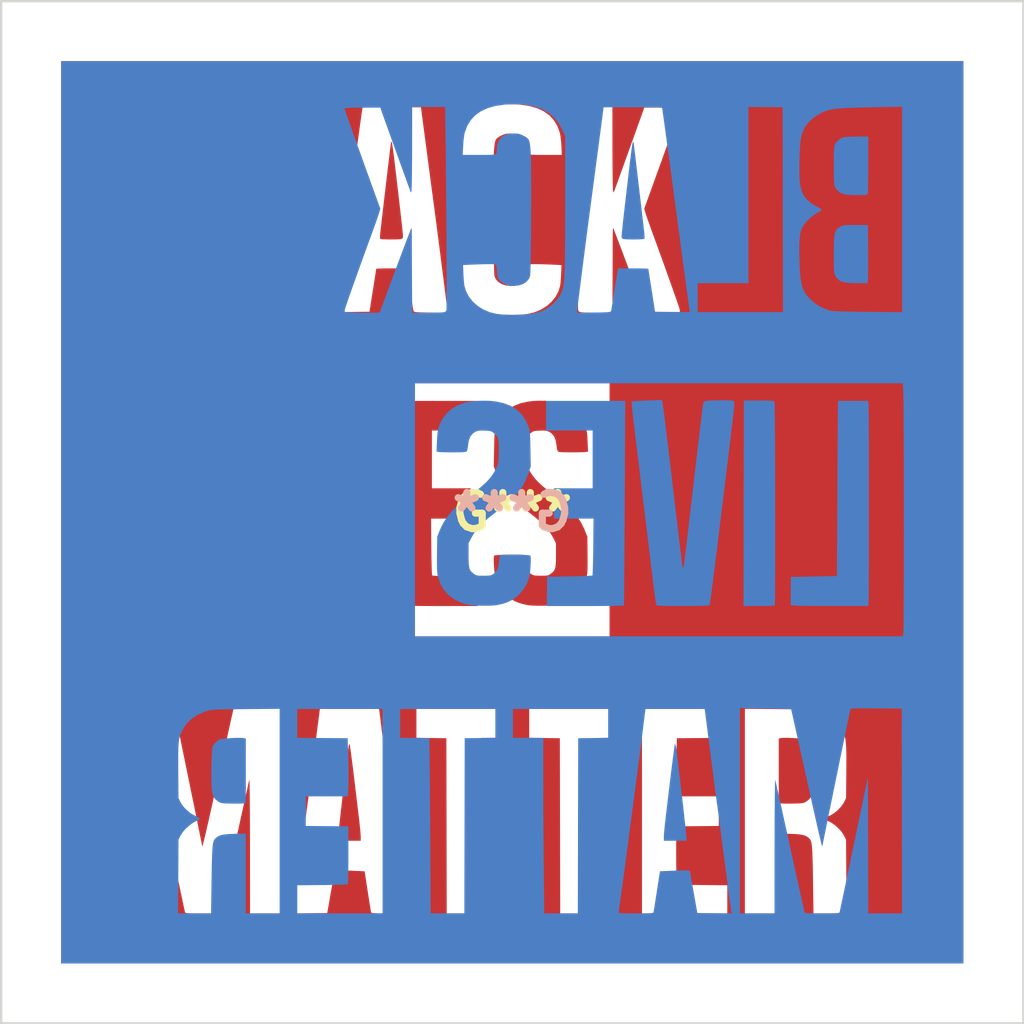
<source format=kicad_pcb>
(kicad_pcb (version 20201002) (generator pcbnew)

  (general
    (thickness 1.6)
  )

  (paper "A4")
  (layers
    (0 "F.Cu" signal)
    (31 "B.Cu" signal)
    (32 "B.Adhes" user "B.Adhesive")
    (33 "F.Adhes" user "F.Adhesive")
    (34 "B.Paste" user)
    (35 "F.Paste" user)
    (36 "B.SilkS" user "B.Silkscreen")
    (37 "F.SilkS" user "F.Silkscreen")
    (38 "B.Mask" user)
    (39 "F.Mask" user)
    (40 "Dwgs.User" user "User.Drawings")
    (41 "Cmts.User" user "User.Comments")
    (42 "Eco1.User" user "User.Eco1")
    (43 "Eco2.User" user "User.Eco2")
    (44 "Edge.Cuts" user)
    (45 "Margin" user)
    (46 "B.CrtYd" user "B.Courtyard")
    (47 "F.CrtYd" user "F.Courtyard")
    (48 "B.Fab" user)
    (49 "F.Fab" user)
  )

  (setup
    (stackup
      (layer "F.SilkS" (type "Top Silk Screen"))
      (layer "F.Paste" (type "Top Solder Paste"))
      (layer "F.Mask" (type "Top Solder Mask") (color "Green") (thickness 0.01))
      (layer "F.Cu" (type "copper") (thickness 0.035))
      (layer "dielectric 1" (type "core") (thickness 1.51) (material "FR4") (epsilon_r 4.5) (loss_tangent 0.02))
      (layer "B.Cu" (type "copper") (thickness 0.035))
      (layer "B.Mask" (type "Bottom Solder Mask") (color "Green") (thickness 0.01))
      (layer "B.Paste" (type "Bottom Solder Paste"))
      (layer "B.SilkS" (type "Bottom Silk Screen"))
      (copper_finish "None")
      (dielectric_constraints no)
    )
    (pcbplotparams
      (layerselection 0x00010fc_ffffffff)
      (disableapertmacros false)
      (usegerberextensions false)
      (usegerberattributes true)
      (usegerberadvancedattributes true)
      (creategerberjobfile true)
      (svguseinch false)
      (svgprecision 6)
      (excludeedgelayer true)
      (plotframeref false)
      (viasonmask false)
      (mode 1)
      (useauxorigin false)
      (hpglpennumber 1)
      (hpglpenspeed 20)
      (hpglpendiameter 15.000000)
      (psnegative false)
      (psa4output false)
      (plotreference true)
      (plotvalue true)
      (plotinvisibletext false)
      (sketchpadsonfab false)
      (subtractmaskfromsilk false)
      (outputformat 1)
      (mirror false)
      (drillshape 0)
      (scaleselection 1)
      (outputdirectory "gerbers")
    )
  )


  (net 0 "")

  (module "art:blm-1-5-inch-f-cu" (layer "F.Cu") (tedit 0) (tstamp af604cdd-bd64-428f-88cb-c09a54dfdc4f)
    (at 135.89 97.79)
    (attr through_hole)
    (fp_text reference "G***" (at 0 0) (layer "F.SilkS")
      (effects (font (size 1.524 1.524) (thickness 0.3)))
      (tstamp 4ee52a1b-bab4-4d55-8a1c-2f1356112902)
    )
    (fp_text value "LOGO" (at 0.75 0) (layer "F.SilkS") hide
      (effects (font (size 1.524 1.524) (thickness 0.3)))
      (tstamp 29575a25-061e-4740-8aad-4b308fa06314)
    )
    (fp_poly (pts (xy -9.766741 3.960375)
      (xy -10.418755 3.960375)
      (xy -10.634877 3.959909)
      (xy -10.798736 3.958169)
      (xy -10.917621 3.954643)
      (xy -10.998818 3.948819)
      (xy -11.049614 3.940185)
      (xy -11.077296 3.928228)
      (xy -11.088842 3.913274)
      (xy -11.091873 3.876008)
      (xy -11.094614 3.783493)
      (xy -11.097069 3.639814)
      (xy -11.099245 3.449055)
      (xy -11.101147 3.215301)
      (xy -11.102779 2.942636)
      (xy -11.104148 2.635144)
      (xy -11.105258 2.296909)
      (xy -11.106114 1.932017)
      (xy -11.106723 1.54455)
      (xy -11.107089 1.138594)
      (xy -11.107217 0.718234)
      (xy -11.107112 0.287552)
      (xy -11.106781 -0.149366)
      (xy -11.106228 -0.588436)
      (xy -11.105458 -1.025573)
      (xy -11.104477 -1.456694)
      (xy -11.10329 -1.877714)
      (xy -11.101902 -2.284548)
      (xy -11.100318 -2.673113)
      (xy -11.098545 -3.039323)
      (xy -11.096586 -3.379095)
      (xy -11.094447 -3.688344)
      (xy -11.092134 -3.962986)
      (xy -11.089652 -4.198937)
      (xy -11.087005 -4.392112)
      (xy -11.0842 -4.538426)
      (xy -11.081242 -4.633796)
      (xy -11.078135 -4.674137)
      (xy -11.077791 -4.675029)
      (xy -11.059832 -4.690173)
      (xy -11.022789 -4.701569)
      (xy -10.959349 -4.70971)
      (xy -10.862201 -4.71509)
      (xy -10.724033 -4.718201)
      (xy -10.537533 -4.719538)
      (xy -10.415703 -4.719695)
      (xy -9.781829 -4.719695)) (layer "F.Cu") (width 0) (tstamp 391c9b7a-9501-4144-b234-0c14570d688b))
    (fp_poly (pts (xy -14.583412 -15.869981)
      (xy -14.413238 -15.867876)
      (xy -14.253574 -15.862969)
      (xy -14.118877 -15.85591)
      (xy -14.023609 -15.847352)
      (xy -14.000178 -15.843731)
      (xy -13.874777 -15.794424)
      (xy -13.754765 -15.704898)
      (xy -13.658633 -15.592059)
      (xy -13.608004 -15.485215)
      (xy -13.59906 -15.421934)
      (xy -13.591823 -15.309576)
      (xy -13.586299 -15.158597)
      (xy -13.582494 -14.97945)
      (xy -13.580415 -14.78259)
      (xy -13.580067 -14.578471)
      (xy -13.581457 -14.377547)
      (xy -13.584591 -14.190272)
      (xy -13.589475 -14.027101)
      (xy -13.596116 -13.898488)
      (xy -13.604519 -13.814887)
      (xy -13.607006 -13.801759)
      (xy -13.660923 -13.682893)
      (xy -13.758536 -13.571772)
      (xy -13.884342 -13.482638)
      (xy -14.008282 -13.433132)
      (xy -14.086813 -13.420916)
      (xy -14.209628 -13.410707)
      (xy -14.361466 -13.403411)
      (xy -14.527067 -13.399933)
      (xy -14.570792 -13.399766)
      (xy -14.738717 -13.400105)
      (xy -14.85652 -13.402064)
      (xy -14.933633 -13.407053)
      (xy -14.979489 -13.416483)
      (xy -15.003519 -13.431764)
      (xy -15.015156 -13.454308)
      (xy -15.018747 -13.466765)
      (xy -15.022733 -13.510683)
      (xy -15.026433 -13.607297)
      (xy -15.029744 -13.749748)
      (xy -15.032564 -13.931177)
      (xy -15.034792 -14.144725)
      (xy -15.036325 -14.383534)
      (xy -15.037062 -14.640746)
      (xy -15.037108 -14.702521)
      (xy -15.037515 -15.871278)) (layer "F.Cu") (width 0) (tstamp 53d29f31-e6f4-4800-b320-95aa9e397582))
    (fp_poly (pts (xy -1.429309 -3.454162)
      (xy -3.394607 -3.454162)
      (xy -3.394607 -1.012427)
      (xy -1.756858 -1.012427)
      (xy -1.756858 0.267995)
      (xy -3.430943 0.267995)
      (xy -3.420145 1.456679)
      (xy -3.417182 1.717365)
      (xy -3.413288 1.959514)
      (xy -3.408651 2.17664)
      (xy -3.403461 2.362259)
      (xy -3.397908 2.509883)
      (xy -3.392181 2.613027)
      (xy -3.386471 2.665205)
      (xy -3.384655 2.670102)
      (xy -3.349853 2.676612)
      (xy -3.262832 2.683417)
      (xy -3.130925 2.690219)
      (xy -2.961467 2.696716)
      (xy -2.761789 2.702608)
      (xy -2.539225 2.707595)
      (xy -2.416969 2.70973)
      (xy -1.473974 2.724619)
      (xy -1.465926 3.342497)
      (xy -1.457877 3.960375)
      (xy -3.079585 3.960375)
      (xy -3.38465 3.959977)
      (xy -3.671492 3.958831)
      (xy -3.934651 3.957013)
      (xy -4.168662 3.954597)
      (xy -4.368063 3.951658)
      (xy -4.527393 3.948271)
      (xy -4.641188 3.944509)
      (xy -4.703987 3.940448)
      (xy -4.714861 3.938042)
      (xy -4.71659 3.906184)
      (xy -4.718556 3.818108)
      (xy -4.720729 3.677151)
      (xy -4.723084 3.486649)
      (xy -4.725593 3.249939)
      (xy -4.728227 2.970358)
      (xy -4.73096 2.651241)
      (xy -4.733765 2.295925)
      (xy -4.736613 1.907747)
      (xy -4.739478 1.490042)
      (xy -4.742332 1.046148)
      (xy -4.745147 0.579401)
      (xy -4.747897 0.093138)
      (xy -4.750478 -0.394549)
      (xy -4.772526 -4.704807)
      (xy -1.429309 -4.704807)) (layer "F.Cu") (width 0) (tstamp 749fb923-8ecb-42c0-8e5d-f57b3cac55d1))
    (fp_poly (pts (xy 1.384816 -4.709039)
      (xy 1.64122 -4.689697)
      (xy 1.872871 -4.656989)
      (xy 1.997546 -4.629931)
      (xy 2.28445 -4.528352)
      (xy 2.539851 -4.381802)
      (xy 2.757798 -4.194812)
      (xy 2.932336 -3.97191)
      (xy 2.986794 -3.877296)
      (xy 3.051098 -3.746697)
      (xy 3.098574 -3.627389)
      (xy 3.132365 -3.505088)
      (xy 3.155616 -3.365511)
      (xy 3.17147 -3.194375)
      (xy 3.182637 -2.987368)
      (xy 3.201055 -2.565241)
      (xy 3.115445 -2.548154)
      (xy 3.058257 -2.542572)
      (xy 2.953108 -2.537754)
      (xy 2.811589 -2.534022)
      (xy 2.645294 -2.531697)
      (xy 2.499694 -2.531067)
      (xy 2.299003 -2.532055)
      (xy 2.150167 -2.535397)
      (xy 2.045513 -2.541659)
      (xy 1.977367 -2.551408)
      (xy 1.938057 -2.565211)
      (xy 1.927279 -2.57334)
      (xy 1.90249 -2.625385)
      (xy 1.8808 -2.720343)
      (xy 1.866885 -2.831763)
      (xy 1.832629 -3.041727)
      (xy 1.767539 -3.204347)
      (xy 1.668942 -3.324757)
      (xy 1.577464 -3.38726)
      (xy 1.505451 -3.421786)
      (xy 1.436814 -3.442039)
      (xy 1.353266 -3.45079)
      (xy 1.236516 -3.450814)
      (xy 1.171455 -3.448829)
      (xy 1.038939 -3.442698)
      (xy 0.949264 -3.432593)
      (xy 0.885719 -3.414176)
      (xy 0.831592 -3.383111)
      (xy 0.787485 -3.349196)
      (xy 0.709853 -3.282001)
      (xy 0.652485 -3.217256)
      (xy 0.61258 -3.144724)
      (xy 0.587337 -3.054165)
      (xy 0.573953 -2.935343)
      (xy 0.569628 -2.778018)
      (xy 0.571559 -2.571953)
      (xy 0.571758 -2.560844)
      (xy 0.575432 -2.378303)
      (xy 0.580047 -2.243246)
      (xy 0.587422 -2.143609)
      (xy 0.599373 -2.067329)
      (xy 0.617717 -2.002341)
      (xy 0.644273 -1.936582)
      (xy 0.676141 -1.86794)
      (xy 0.759326 -1.708141)
      (xy 0.854571 -1.558933)
      (xy 0.968046 -1.413919)
      (xy 1.10592 -1.266702)
      (xy 1.274363 -1.110885)
      (xy 1.479545 -0.94007)
      (xy 1.727636 -0.74786)
      (xy 1.831301 -0.670217)
      (xy 2.130375 -0.437511)
      (xy 2.380648 -0.218514)
      (xy 2.588824 -0.005359)
      (xy 2.76161 0.209824)
      (xy 2.905713 0.434902)
      (xy 3.027838 0.677743)
      (xy 3.075067 0.789097)
      (xy 3.171278 1.027315)
      (xy 3.180161 1.780295)
      (xy 3.182373 2.030104)
      (xy 3.18222 2.228785)
      (xy 3.179366 2.384729)
      (xy 3.173472 2.506328)
      (xy 3.164201 2.601974)
      (xy 3.151216 2.680058)
      (xy 3.14244 2.718278)
      (xy 3.04017 3.014991)
      (xy 2.892762 3.272906)
      (xy 2.700488 3.491756)
      (xy 2.463622 3.671273)
      (xy 2.182437 3.811188)
      (xy 1.95041 3.887876)
      (xy 1.823502 3.912238)
      (xy 1.652763 3.930895)
      (xy 1.453678 3.943488)
      (xy 1.241729 3.949658)
      (xy 1.0324 3.949049)
      (xy 0.841175 3.9413)
      (xy 0.683537 3.926054)
      (xy 0.636048 3.918294)
      (xy 0.388273 3.862267)
      (xy 0.183966 3.793743)
      (xy 0.007242 3.705145)
      (xy -0.157782 3.588892)
      (xy -0.282142 3.4802)
      (xy -0.473483 3.262465)
      (xy -0.619778 3.013103)
      (xy -0.715381 2.742988)
      (xy -0.744165 2.590621)
      (xy -0.760555 2.441677)
      (xy -0.772502 2.285564)
      (xy -0.779679 2.134623)
      (xy -0.781761 2.001192)
      (xy -0.778424 1.897609)
      (xy -0.769342 1.836215)
      (xy -0.764298 1.826495)
      (xy -0.726383 1.816961)
      (xy -0.639967 1.808615)
      (xy -0.516009 1.801603)
      (xy -0.365467 1.796072)
      (xy -0.199302 1.792165)
      (xy -0.028473 1.790029)
      (xy 0.136061 1.78981)
      (xy 0.28334 1.791653)
      (xy 0.402405 1.795703)
      (xy 0.482297 1.802107)
      (xy 0.511263 1.809552)
      (xy 0.527233 1.851068)
      (xy 0.544229 1.936056)
      (xy 0.559277 2.048568)
      (xy 0.563224 2.088096)
      (xy 0.588106 2.270431)
      (xy 0.628157 2.406573)
      (xy 0.689063 2.50912)
      (xy 0.776511 2.590673)
      (xy 0.796333 2.604656)
      (xy 0.853005 2.639467)
      (xy 0.909409 2.661574)
      (xy 0.981014 2.673804)
      (xy 1.083293 2.678983)
      (xy 1.208423 2.679953)
      (xy 1.347579 2.678889)
      (xy 1.442727 2.67358)
      (xy 1.509403 2.660846)
      (xy 1.563146 2.63751)
      (xy 1.619491 2.600395)
      (xy 1.628246 2.594082)
      (xy 1.701862 2.535506)
      (xy 1.756929 2.474776)
      (xy 1.796079 2.40234)
      (xy 1.821946 2.308648)
      (xy 1.837164 2.184149)
      (xy 1.844368 2.019291)
      (xy 1.84619 1.804524)
      (xy 1.84619 1.308712)
      (xy 1.74438 1.108459)
      (xy 1.644728 0.931657)
      (xy 1.528146 0.764003)
      (xy 1.388126 0.598733)
      (xy 1.218158 0.429085)
      (xy 1.011732 0.248293)
      (xy 0.762339 0.049596)
      (xy 0.625322 -0.054226)
      (xy 0.466795 -0.174635)
      (xy 0.31162 -0.295828)
      (xy 0.171359 -0.408534)
      (xy 0.057574 -0.50348)
      (xy -0.010936 -0.564469)
      (xy -0.259226 -0.837896)
      (xy -0.466031 -1.15063)
      (xy -0.633152 -1.505623)
      (xy -0.70152 -1.69719)
      (xy -0.781707 -1.944893)
      (xy -0.767147 -2.692083)
      (xy -0.762312 -2.924936)
      (xy -0.757431 -3.107107)
      (xy -0.751672 -3.247466)
      (xy -0.744206 -3.35488)
      (xy -0.734201 -3.438217)
      (xy -0.720827 -3.506347)
      (xy -0.703253 -3.568136)
      (xy -0.680648 -3.632454)
      (xy -0.678533 -3.638147)
      (xy -0.548182 -3.917737)
      (xy -0.38086 -4.153447)
      (xy -0.174893 -4.34642)
      (xy 0.071392 -4.497798)
      (xy 0.359669 -4.608724)
      (xy 0.691611 -4.680339)
      (xy 0.88034 -4.702276)
      (xy 1.124306 -4.713678)) (layer "F.Cu") (width 0) (tstamp 7eff8f14-516a-4bee-bcd8-139553f6fb2c))
    (fp_poly (pts (xy -5.094823 -15.645271)
      (xy -5.084287 -15.607589)
      (xy -5.071748 -15.543855)
      (xy -5.056743 -15.450916)
      (xy -5.038811 -15.325623)
      (xy -5.017487 -15.164822)
      (xy -4.992311 -14.965365)
      (xy -4.96282 -14.724098)
      (xy -4.928551 -14.437871)
      (xy -4.889043 -14.103532)
      (xy -4.843832 -13.717931)
      (xy -4.792457 -13.277916)
      (xy -4.763994 -13.033778)
      (xy -4.732482 -12.761163)
      (xy -4.703251 -12.503906)
      (xy -4.677021 -12.26868)
      (xy -4.654516 -12.062159)
      (xy -4.636455 -11.891015)
      (xy -4.623562 -11.761923)
      (xy -4.616557 -11.681555)
      (xy -4.615475 -11.660302)
      (xy -4.622883 -11.59009)
      (xy -4.656794 -11.556543)
      (xy -4.708529 -11.542409)
      (xy -4.78603 -11.532982)
      (xy -4.898409 -11.526882)
      (xy -5.0327 -11.52394)
      (xy -5.175939 -11.523984)
      (xy -5.31516 -11.526845)
      (xy -5.437398 -11.532352)
      (xy -5.529688 -11.540336)
      (xy -5.579064 -11.550625)
      (xy -5.583439 -11.553904)
      (xy -5.58836 -11.595112)
      (xy -5.586028 -11.680449)
      (xy -5.577086 -11.795018)
      (xy -5.570277 -11.859121)
      (xy -5.538728 -12.131637)
      (xy -5.504586 -12.42529)
      (xy -5.468529 -12.734339)
      (xy -5.431236 -13.053041)
      (xy -5.393386 -13.375653)
      (xy -5.355658 -13.696433)
      (xy -5.318731 -14.009638)
      (xy -5.283282 -14.309527)
      (xy -5.249992 -14.590355)
      (xy -5.219539 -14.846382)
      (xy -5.192601 -15.071864)
      (xy -5.169857 -15.261059)
      (xy -5.151987 -15.408225)
      (xy -5.139669 -15.507619)
      (xy -5.133631 -15.553179)
      (xy -5.126178 -15.598493)
      (xy -5.119033 -15.633511)
      (xy -5.111733 -15.65508)
      (xy -5.103817 -15.660051)) (layer "F.Cu") (width 0) (tstamp 90951098-7c43-4668-8421-1dff2fa7f9fd))
    (fp_poly (pts (xy -5.693975 -4.722135)
      (xy -5.507806 -4.71473)
      (xy -5.34193 -4.706214)
      (xy -5.205542 -4.697214)
      (xy -5.107837 -4.688362)
      (xy -5.058009 -4.680285)
      (xy -5.053974 -4.678336)
      (xy -5.049711 -4.673355)
      (xy -5.046302 -4.665388)
      (xy -5.044084 -4.651439)
      (xy -5.043398 -4.628507)
      (xy -5.044583 -4.593596)
      (xy -5.047978 -4.543707)
      (xy -5.053922 -4.475842)
      (xy -5.062753 -4.387002)
      (xy -5.074812 -4.274189)
      (xy -5.090438 -4.134405)
      (xy -5.109969 -3.964652)
      (xy -5.133744 -3.761931)
      (xy -5.162104 -3.523244)
      (xy -5.195386 -3.245593)
      (xy -5.233931 -2.925979)
      (xy -5.278077 -2.561405)
      (xy -5.328163 -2.148872)
      (xy -5.384529 -1.685382)
      (xy -5.447513 -1.167936)
      (xy -5.497268 -0.75932)
      (xy -5.552439 -0.306242)
      (xy -5.606897 0.140978)
      (xy -5.660053 0.577501)
      (xy -5.711316 0.998485)
      (xy -5.760097 1.39909)
      (xy -5.805807 1.774473)
      (xy -5.847857 2.119795)
      (xy -5.885656 2.430214)
      (xy -5.918616 2.70089)
      (xy -5.946147 2.926981)
      (xy -5.967659 3.103647)
      (xy -5.982563 3.226047)
      (xy -5.982588 3.226251)
      (xy -6.01382 3.47221)
      (xy -6.040921 3.662159)
      (xy -6.064484 3.799456)
      (xy -6.085099 3.887458)
      (xy -6.10336 3.929523)
      (xy -6.107213 3.933005)
      (xy -6.147612 3.94033)
      (xy -6.238414 3.94649)
      (xy -6.37152 3.951498)
      (xy -6.538829 3.955366)
      (xy -6.73224 3.958106)
      (xy -6.943654 3.95973)
      (xy -7.16497 3.960251)
      (xy -7.388086 3.959681)
      (xy -7.604904 3.958032)
      (xy -7.807321 3.955316)
      (xy -7.987239 3.951547)
      (xy -8.136556 3.946735)
      (xy -8.247172 3.940893)
      (xy -8.310986 3.934034)
      (xy -8.32333 3.929648)
      (xy -8.330228 3.913277)
      (xy -8.338324 3.882938)
      (xy -8.348023 3.835565)
      (xy -8.359729 3.76809)
      (xy -8.373846 3.677446)
      (xy -8.390779 3.560566)
      (xy -8.410933 3.414384)
      (xy -8.434712 3.235832)
      (xy -8.46252 3.021843)
      (xy -8.494763 2.769349)
      (xy -8.531843 2.475285)
      (xy -8.574166 2.136583)
      (xy -8.622137 1.750176)
      (xy -8.676159 1.312996)
      (xy -8.736638 0.821977)
      (xy -8.784605 0.43177)
      (xy -8.862993 -0.206523)
      (xy -8.934382 -0.788338)
      (xy -8.999084 -1.316301)
      (xy -9.057412 -1.793038)
      (xy -9.109677 -2.221174)
      (xy -9.156193 -2.603336)
      (xy -9.197271 -2.942149)
      (xy -9.233223 -3.24024)
      (xy -9.264362 -3.500234)
      (xy -9.291 -3.724758)
      (xy -9.313448 -3.916436)
      (xy -9.33202 -4.077896)
      (xy -9.347027 -4.211763)
      (xy -9.358782 -4.320663)
      (xy -9.367597 -4.407222)
      (xy -9.373784 -4.474066)
      (xy -9.377655 -4.523821)
      (xy -9.379522 -4.559112)
      (xy -9.379811 -4.574531)
      (xy -9.3757 -4.653753)
      (xy -9.354726 -4.69316)
      (xy -9.303994 -4.712359)
      (xy -9.286782 -4.715973)
      (xy -9.214082 -4.723691)
      (xy -9.09604 -4.728774)
      (xy -8.946806 -4.73131)
      (xy -8.78053 -4.731383)
      (xy -8.611361 -4.729077)
      (xy -8.45345 -4.724479)
      (xy -8.320947 -4.717673)
      (xy -8.23445 -4.709642)
      (xy -8.145578 -4.694653)
      (xy -8.098083 -4.671856)
      (xy -8.074014 -4.628266)
      (xy -8.063117 -4.585698)
      (xy -8.056093 -4.54047)
      (xy -8.042797 -4.440706)
      (xy -8.023787 -4.291034)
      (xy -7.999623 -4.096079)
      (xy -7.970866 -3.860467)
      (xy -7.938075 -3.588825)
      (xy -7.90181 -3.285778)
      (xy -7.862631 -2.955953)
      (xy -7.821098 -2.603975)
      (xy -7.777771 -2.234471)
      (xy -7.75678 -2.054631)
      (xy -7.687809 -1.462852)
      (xy -7.625394 -0.927392)
      (xy -7.56919 -0.445419)
      (xy -7.518849 -0.014099)
      (xy -7.474026 0.369401)
      (xy -7.434374 0.707915)
      (xy -7.399548 1.004277)
      (xy -7.3692 1.261319)
      (xy -7.342986 1.481875)
      (xy -7.320558 1.668778)
      (xy -7.301571 1.824862)
      (xy -7.285678 1.952961)
      (xy -7.272533 2.055906)
      (xy -7.261791 2.136533)
      (xy -7.253104 2.197674)
      (xy -7.246126 2.242163)
      (xy -7.240512 2.272833)
      (xy -7.235915 2.292518)
      (xy -7.231989 2.30405)
      (xy -7.228388 2.310264)
      (xy -7.224765 2.313993)
      (xy -7.222782 2.315865)
      (xy -7.194708 2.320924)
      (xy -7.193868 2.320144)
      (xy -7.188881 2.289549)
      (xy -7.177434 2.203488)
      (xy -7.159971 2.065648)
      (xy -7.136939 1.879716)
      (xy -7.108779 1.649381)
      (xy -7.075938 1.378328)
      (xy -7.03886 1.070245)
      (xy -6.997988 0.728819)
      (xy -6.953768 0.357738)
      (xy -6.906644 -0.039312)
      (xy -6.857059 -0.458644)
      (xy -6.805459 -0.896569)
      (xy -6.777295 -1.136231)
      (xy -6.724526 -1.584143)
      (xy -6.673241 -2.016461)
      (xy -6.623906 -2.429399)
      (xy -6.576991 -2.819169)
      (xy -6.532963 -3.181985)
      (xy -6.492288 -3.51406)
      (xy -6.455435 -3.811607)
      (xy -6.422872 -4.070841)
      (xy -6.395066 -4.287973)
      (xy -6.372484 -4.459217)
      (xy -6.355595 -4.580787)
      (xy -6.344865 -4.648895)
      (xy -6.341938 -4.661765)
      (xy -6.310927 -4.743332)) (layer "F.Cu") (width 0) (tstamp 9c5ab1c6-7b3f-4553-93de-ae2e245617b5))
    (fp_poly (pts (xy -14.312032 -12.133805)
      (xy -14.171851 -12.131778)
      (xy -14.07074 -12.127029)
      (xy -13.99846 -12.118439)
      (xy -13.944768 -12.104887)
      (xy -13.899425 -12.085254)
      (xy -13.862047 -12.064278)
      (xy -13.78611 -12.016341)
      (xy -13.725315 -11.967227)
      (xy -13.677963 -11.909936)
      (xy -13.642356 -11.837466)
      (xy -13.616796 -11.742816)
      (xy -13.599584 -11.618985)
      (xy -13.589022 -11.458972)
      (xy -13.583412 -11.255775)
      (xy -13.581054 -11.002393)
      (xy -13.580695 -10.904442)
      (xy -13.580335 -10.653178)
      (xy -13.581713 -10.453697)
      (xy -13.586089 -10.29823)
      (xy -13.59472 -10.179007)
      (xy -13.608866 -10.088259)
      (xy -13.629785 -10.018217)
      (xy -13.658737 -9.96111)
      (xy -13.696981 -9.90917)
      (xy -13.745774 -9.854626)
      (xy -13.751845 -9.848128)
      (xy -13.825374 -9.786548)
      (xy -13.920495 -9.740559)
      (xy -14.045371 -9.708447)
      (xy -14.208168 -9.688499)
      (xy -14.417051 -9.679003)
      (xy -14.564659 -9.677609)
      (xy -15.004089 -9.677609)
      (xy -15.022111 -9.804162)
      (xy -15.026009 -9.8626)
      (xy -15.029143 -9.972994)
      (xy -15.031455 -10.127748)
      (xy -15.032887 -10.319267)
      (xy -15.033382 -10.539957)
      (xy -15.032882 -10.782223)
      (xy -15.03138 -11.032474)
      (xy -15.022626 -12.134232)
      (xy -14.501524 -12.134232)) (layer "F.Cu") (width 0) (tstamp a3635fd9-bb6d-45ab-bc25-a6e67331fa1d))
    (fp_poly (pts (xy -6.865826 9.820248)
      (xy -6.851526 9.903167)
      (xy -6.831569 10.038322)
      (xy -6.805857 10.226494)
      (xy -6.77429 10.468464)
      (xy -6.73677 10.765014)
      (xy -6.693197 11.116926)
      (xy -6.643473 11.524979)
      (xy -6.587498 11.989955)
      (xy -6.525174 12.512636)
      (xy -6.463036 13.037574)
      (xy -6.442622 13.219916)
      (xy -6.425116 13.394145)
      (xy -6.411762 13.546431)
      (xy -6.403805 13.662946)
      (xy -6.40211 13.715007)
      (xy -6.40211 13.876201)
      (xy -7.363243 13.876201)
      (xy -7.346542 13.61565)
      (xy -7.340312 13.543298)
      (xy -7.327769 13.418539)
      (xy -7.309684 13.248097)
      (xy -7.286831 13.038696)
      (xy -7.259981 12.797061)
      (xy -7.229908 12.529915)
      (xy -7.197384 12.243984)
      (xy -7.163182 11.945991)
      (xy -7.128075 11.64266)
      (xy -7.092835 11.340717)
      (xy -7.058235 11.046884)
      (xy -7.025048 10.767887)
      (xy -6.994046 10.510449)
      (xy -6.966001 10.281294)
      (xy -6.941688 10.087148)
      (xy -6.935728 10.040554)
      (xy -6.917833 9.923155)
      (xy -6.899137 9.836414)
      (xy -6.882336 9.791424)
      (xy -6.874568 9.788785)) (layer "F.Cu") (width 0) (tstamp d6f47272-1844-4f4f-aa21-4641e886d296))
    (fp_poly (pts (xy 11.673875 9.528974)
      (xy 11.834635 9.535284)
      (xy 11.996632 9.545294)
      (xy 12.146297 9.558242)
      (xy 12.270059 9.573371)
      (xy 12.354351 9.58992)
      (xy 12.376805 9.598145)
      (xy 12.48329 9.674066)
      (xy 12.585685 9.780145)
      (xy 12.654739 9.882333)
      (xy 12.6669 9.935115)
      (xy 12.677935 10.038083)
      (xy 12.687665 10.181875)
      (xy 12.695909 10.35713)
      (xy 12.702488 10.554487)
      (xy 12.707222 10.764585)
      (xy 12.709932 10.978062)
      (xy 12.710438 11.185557)
      (xy 12.70856 11.37771)
      (xy 12.704119 11.545157)
      (xy 12.696935 11.678539)
      (xy 12.690471 11.744389)
      (xy 12.662563 11.90325)
      (xy 12.620671 12.019776)
      (xy 12.555296 12.11102)
      (xy 12.456938 12.19403)
      (xy 12.429198 12.21338)
      (xy 12.371714 12.248948)
      (xy 12.314269 12.272702)
      (xy 12.242177 12.28761)
      (xy 12.140747 12.296641)
      (xy 11.995291 12.302762)
      (xy 11.985346 12.303085)
      (xy 11.825045 12.306725)
      (xy 11.661911 12.307878)
      (xy 11.520073 12.306481)
      (xy 11.456799 12.304465)
      (xy 11.255803 12.295286)
      (xy 11.255803 9.559634)
      (xy 11.334713 9.539829)
      (xy 11.410345 9.530487)
      (xy 11.527922 9.527122)) (layer "F.Cu") (width 0) (tstamp d83dde8f-2984-4f29-bd18-0f774ef9f146))
    (fp_poly (pts (xy 19.057444 19.057444)
      (xy -19.057444 19.057444)
      (xy -19.057444 16.944324)
      (xy -9.263625 16.944324)
      (xy -8.540078 16.936347)
      (xy -7.81653 16.92837)
      (xy -7.66168 16.049941)
      (xy -7.62271 15.828422)
      (xy -7.587238 15.625927)
      (xy -7.556551 15.449874)
      (xy -7.531938 15.307679)
      (xy -7.514684 15.20676)
      (xy -7.506078 15.154534)
      (xy -7.50535 15.149179)
      (xy -7.474909 15.136797)
      (xy -7.386438 15.12973)
      (xy -7.241226 15.127982)
      (xy -7.040559 15.131556)
      (xy -6.785727 15.140459)
      (xy -6.654511 15.146169)
      (xy -6.236923 15.165274)
      (xy -6.108382 16.002156)
      (xy -6.074633 16.220505)
      (xy -6.043197 16.421286)
      (xy -6.015359 16.596479)
      (xy -5.992409 16.738066)
      (xy -5.975634 16.83803)
      (xy -5.966321 16.888351)
      (xy -5.96564 16.891149)
      (xy -5.957111 16.907445)
      (xy -5.93685 16.919961)
      (xy -5.897843 16.929188)
      (xy -5.833075 16.935621)
      (xy -5.735532 16.93975)
      (xy -5.598198 16.94207)
      (xy -5.414059 16.943073)
      (xy -5.223902 16.943259)
      (xy -4.986907 16.9426)
      (xy -4.803832 16.940429)
      (xy -4.669053 16.936455)
      (xy -4.576949 16.930388)
      (xy -4.521897 16.921935)
      (xy -4.498274 16.910806)
      (xy -4.496366 16.905593)
      (xy -4.500374 16.866804)
      (xy -4.51165 16.77745)
      (xy -4.529069 16.645927)
      (xy -4.551506 16.480631)
      (xy -4.577836 16.289956)
      (xy -4.601067 16.12394)
      (xy -4.627035 15.937392)
      (xy -4.659366 15.701856)
      (xy -4.696702 15.427394)
      (xy -4.737688 15.124071)
      (xy -4.780967 14.80195)
      (xy -4.825181 14.471094)
      (xy -4.868974 14.141567)
      (xy -4.900115 13.905979)
      (xy -4.946763 13.552329)
      (xy -4.998073 13.163584)
      (xy -5.052084 12.75458)
      (xy -5.106835 12.340159)
      (xy -5.160367 11.935158)
      (xy -5.210718 11.554416)
      (xy -5.255928 11.212773)
      (xy -5.269944 11.106917)
      (xy -5.310034 10.802772)
      (xy -5.350685 10.491744)
      (xy -5.390566 10.184204)
      (xy -5.428345 9.890521)
      (xy -5.462689 9.621067)
      (xy -5.492267 9.386212)
      (xy -5.515747 9.196327)
      (xy -5.522373 9.141618)
      (xy -5.545975 8.946754)
      (xy -5.568143 8.766548)
      (xy -5.587581 8.611308)
      (xy -5.602995 8.491344)
      (xy -5.613089 8.416965)
      (xy -5.614959 8.404631)
      (xy -5.6306 8.307854)
      (xy -4.049707 8.307854)
      (xy -4.049707 9.527538)
      (xy -3.41694 9.535574)
      (xy -2.784174 9.543611)
      (xy -2.769052 16.943259)
      (xy -1.349752 16.943259)
      (xy -1.330001 15.000293)
      (xy -1.32621 14.594601)
      (xy -1.322657 14.150947)
      (xy -1.319413 13.682534)
      (xy -1.316547 13.202565)
      (xy -1.314131 12.724243)
      (xy -1.312234 12.26077)
      (xy -1.310928 11.82535)
      (xy -1.310282 11.431186)
      (xy -1.310225 11.293024)
      (xy -1.310199 9.528722)
      (xy -0.029777 9.528722)
      (xy -0.029777 8.307854)
      (xy 0.714654 8.307854)
      (xy 0.714654 9.527561)
      (xy 1.362309 9.535586)
      (xy 2.009965 9.543611)
      (xy 2.017525 13.243435)
      (xy 2.025086 16.943259)
      (xy 3.446189 16.943259)
      (xy 3.468213 13.258323)
      (xy 3.47109 12.794649)
      (xy 3.474072 12.347478)
      (xy 3.477123 11.920423)
      (xy 3.480211 11.517097)
      (xy 3.483298 11.141111)
      (xy 3.486353 10.796079)
      (xy 3.489338 10.485614)
      (xy 3.492221 10.213328)
      (xy 3.494966 9.982833)
      (xy 3.497538 9.797743)
      (xy 3.499904 9.66167)
      (xy 3.502028 9.578226)
      (xy 3.503733 9.551055)
      (xy 3.536246 9.544321)
      (xy 3.619232 9.538401)
      (xy 3.743611 9.533621)
      (xy 3.900303 9.530307)
      (xy 4.080228 9.528785)
      (xy 4.125907 9.528722)
      (xy 4.734584 9.528722)
      (xy 4.734584 8.307854)
      (xy 5.479015 8.307854)
      (xy 5.479015 16.943259)
      (xy 9.082063 16.943259)
      (xy 9.826495 16.943259)
      (xy 11.255803 16.943259)
      (xy 11.255803 13.572308)
      (xy 11.739683 13.583795)
      (xy 11.966784 13.59224)
      (xy 12.144062 13.607096)
      (xy 12.281115 13.630825)
      (xy 12.387545 13.665885)
      (xy 12.472949 13.714735)
      (xy 12.546928 13.779835)
      (xy 12.560301 13.794044)
      (xy 12.586691 13.828208)
      (xy 12.609237 13.872037)
      (xy 12.628332 13.930405)
      (xy 12.644366 14.008189)
      (xy 12.657732 14.110262)
      (xy 12.668822 14.241501)
      (xy 12.678027 14.406779)
      (xy 12.685741 14.610973)
      (xy 12.692353 14.858957)
      (xy 12.698257 15.155606)
      (xy 12.703844 15.505796)
      (xy 12.705146 15.595838)
      (xy 12.724335 16.943259)
      (xy 14.116913 16.943259)
      (xy 14.108222 15.387397)
      (xy 14.099531 13.831536)
      (xy 14.016326 13.6621)
      (xy 13.922567 13.51482)
      (xy 13.790109 13.364121)
      (xy 13.634497 13.223803)
      (xy 13.471277 13.107665)
      (xy 13.315995 13.029506)
      (xy 13.295545 13.022305)
      (xy 13.233397 12.990752)
      (xy 13.206258 12.955119)
      (xy 13.206213 12.95387)
      (xy 13.211643 12.927843)
      (xy 13.234977 12.902905)
      (xy 13.286779 12.872121)
      (xy 13.377613 12.828556)
      (xy 13.440734 12.799918)
      (xy 13.593987 12.709431)
      (xy 13.749929 12.58094)
      (xy 13.890378 12.432006)
      (xy 13.997154 12.280192)
      (xy 14.016509 12.24374)
      (xy 14.099531 12.074677)
      (xy 14.108953 10.961248)
      (xy 14.111228 10.632732)
      (xy 14.11157 10.357173)
      (xy 14.109316 10.127989)
      (xy 14.103805 9.938596)
      (xy 14.094376 9.78241)
      (xy 14.080367 9.652849)
      (xy 14.061117 9.543328)
      (xy 14.035965 9.447266)
      (xy 14.004249 9.358077)
      (xy 13.965307 9.26918)
      (xy 13.932122 9.201053)
      (xy 13.776616 8.955612)
      (xy 13.574226 8.746716)
      (xy 13.3253 8.574636)
      (xy 13.030185 8.439641)
      (xy 12.89334 8.394304)
      (xy 12.839668 8.378876)
      (xy 12.787093 8.365958)
      (xy 12.729819 8.355271)
      (xy 12.662045 8.346537)
      (xy 12.577973 8.339476)
      (xy 12.471804 8.333811)
      (xy 12.337739 8.329262)
      (xy 12.16998 8.325551)
      (xy 11.962728 8.322399)
      (xy 11.710184 8.319529)
      (xy 11.40655 8.31666)
      (xy 11.248359 8.315267)
      (xy 9.826495 8.302883)
      (xy 9.826495 16.943259)
      (xy 9.082063 16.943259)
      (xy 9.082063 15.756253)
      (xy 8.027415 15.746766)
      (xy 7.782197 15.74389)
      (xy 7.555787 15.739945)
      (xy 7.355093 15.735151)
      (xy 7.187028 15.729728)
      (xy 7.0585 15.723896)
      (xy 6.976419 15.717873)
      (xy 6.947989 15.71249)
      (xy 6.942617 15.67825)
      (xy 6.937645 15.59088)
      (xy 6.933202 15.456802)
      (xy 6.929419 15.28244)
      (xy 6.926422 15.074216)
      (xy 6.924341 14.838553)
      (xy 6.923305 14.581875)
      (xy 6.923212 14.476734)
      (xy 6.923212 13.265768)
      (xy 8.724736 13.250006)
      (xy 8.724736 12.000234)
      (xy 6.944292 12.000234)
      (xy 6.922815 11.570618)
      (xy 6.917828 11.41777)
      (xy 6.91538 11.219733)
      (xy 6.915418 10.990814)
      (xy 6.917894 10.745323)
      (xy 6.922755 10.497568)
      (xy 6.927164 10.342306)
      (xy 6.952989 9.543611)
      (xy 8.017526 9.53579)
      (xy 9.082063 9.52797)
      (xy 9.082063 8.307854)
      (xy 5.479015 8.307854)
      (xy 4.734584 8.307854)
      (xy 0.714654 8.307854)
      (xy -0.029777 8.307854)
      (xy -4.049707 8.307854)
      (xy -5.6306 8.307854)
      (xy -8.125542 8.307854)
      (xy -8.143145 8.434408)
      (xy -8.150233 8.487525)
      (xy -8.16415 8.593774)
      (xy -8.184126 8.74722)
      (xy -8.209392 8.941928)
      (xy -8.239179 9.171961)
      (xy -8.272719 9.431385)
      (xy -8.309242 9.714264)
      (xy -8.34798 10.014662)
      (xy -8.367856 10.168933)
      (xy -8.418675 10.563368)
      (xy -8.462567 10.903731)
      (xy -8.500189 11.19502)
      (xy -8.532198 11.442234)
      (xy -8.559249 11.650369)
      (xy -8.581998 11.824425)
      (xy -8.601103 11.969399)
      (xy -8.617218 12.090289)
      (xy -8.631 12.192093)
      (xy -8.643106 12.27981)
      (xy -8.654192 12.358436)
      (xy -8.664913 12.432971)
      (xy -8.666936 12.446893)
      (xy -8.677105 12.520086)
      (xy -8.69384 12.64449)
      (xy -8.716107 12.812251)
      (xy -8.742871 13.015512)
      (xy -8.7731 13.246418)
      (xy -8.805758 13.497112)
      (xy -8.839812 13.759739)
      (xy -8.843321 13.78687)
      (xy -8.877626 14.051821)
      (xy -8.910754 14.306977)
      (xy -8.941646 14.544235)
      (xy -8.969243 14.755492)
      (xy -8.992487 14.932646)
      (xy -9.010318 15.067593)
      (xy -9.021679 15.152231)
      (xy -9.022282 15.156623)
      (xy -9.035239 15.252505)
      (xy -9.054221 15.395263)
      (xy -9.077623 15.572709)
      (xy -9.103839 15.772655)
      (xy -9.131265 15.982914)
      (xy -9.141909 16.06483)
      (xy -9.168179 16.265982)
      (xy -9.192826 16.452405)
      (xy -9.214526 16.614261)
      (xy -9.231953 16.741708)
      (xy -9.243783 16.824906)
      (xy -9.247216 16.847016)
      (xy -9.263625 16.944324)
      (xy -19.057444 16.944324)
      (xy -19.057444 16.943259)
      (xy -16.467023 16.943259)
      (xy -15.037811 16.943259)
      (xy -15.030219 14.065981)
      (xy -15.022626 11.188704)
      (xy -14.432192 14.013871)
      (xy -14.348199 14.415591)
      (xy -14.267477 14.80132)
      (xy -14.19088 15.166996)
      (xy -14.119263 15.508557)
      (xy -14.053479 15.82194)
      (xy -13.994383 16.103085)
      (xy -13.942828 16.347928)
      (xy -13.899669 16.552407)
      (xy -13.86576 16.712461)
      (xy -13.841955 16.824028)
      (xy -13.829108 16.883045)
      (xy -13.827196 16.891149)
      (xy -13.818535 16.907466)
      (xy -13.798136 16.919992)
      (xy -13.758973 16.929223)
      (xy -13.694017 16.935652)
      (xy -13.59624 16.939774)
      (xy -13.458614 16.942085)
      (xy -13.274111 16.943079)
      (xy -13.087105 16.943259)
      (xy -12.859793 16.942962)
      (xy -12.684994 16.941743)
      (xy -12.555669 16.939105)
      (xy -12.464778 16.934555)
      (xy -12.405281 16.927596)
      (xy -12.370138 16.917736)
      (xy -12.35231 16.904478)
      (xy -12.345801 16.891149)
      (xy -12.337256 16.855088)
      (xy -12.316868 16.764981)
      (xy -12.285551 16.624956)
      (xy -12.244217 16.439137)
      (xy -12.193779 16.211653)
      (xy -12.135149 15.94663)
      (xy -12.06924 15.648194)
      (xy -11.996965 15.320472)
      (xy -11.919237 14.967591)
      (xy -11.836969 14.593678)
      (xy -11.751072 14.202859)
      (xy -11.731647 14.11442)
      (xy -11.644838 13.719427)
      (xy -11.561275 13.339738)
      (xy -11.481889 12.979552)
      (xy -11.407611 12.643071)
      (xy -11.339372 12.334497)
      (xy -11.278104 12.058031)
      (xy -11.224737 11.817873)
      (xy -11.180204 11.618227)
      (xy -11.145436 11.463292)
      (xy -11.121363 11.35727)
      (xy -11.108917 11.304363)
      (xy -11.107889 11.300469)
      (xy -11.104074 11.316021)
      (xy -11.100409 11.387696)
      (xy -11.096929 11.512063)
      (xy -11.093669 11.685691)
      (xy -11.090664 11.905149)
      (xy -11.087947 12.167005)
      (xy -11.085555 12.467829)
      (xy -11.08352 12.804189)
      (xy -11.081879 13.172654)
      (xy -11.080666 13.569793)
      (xy -11.079915 13.992175)
      (xy -11.079825 14.077198)
      (xy -11.07714 16.943259)
      (xy -9.618054 16.943259)
      (xy -9.618054 8.268883)
      (xy -10.696858 8.290228)
      (xy -10.943827 8.295261)
      (xy -11.171105 8.300176)
      (xy -11.372039 8.304805)
      (xy -11.539978 8.308985)
      (xy -11.66827 8.312549)
      (xy -11.750265 8.315333)
      (xy -11.779306 8.317158)
      (xy -11.786125 8.346375)
      (xy -11.804952 8.429789)
      (xy -11.834907 8.563456)
      (xy -11.875111 8.74343)
      (xy -11.924688 8.965765)
      (xy -11.982757 9.226516)
      (xy -12.048441 9.521736)
      (xy -12.12086 9.84748)
      (xy -12.199138 10.199803)
      (xy -12.282394 10.574758)
      (xy -12.369751 10.968401)
      (xy -12.413688 11.166471)
      (xy -12.523654 11.661861)
      (xy -12.621551 12.10193)
      (xy -12.708047 12.489536)
      (xy -12.783811 12.827535)
      (xy -12.849513 13.118783)
      (xy -12.905821 13.366137)
      (xy -12.953405 13.572452)
      (xy -12.992934 13.740585)
      (xy -13.025076 13.873393)
      (xy -13.0505 13.973731)
      (xy -13.069876 14.044457)
      (xy -13.083872 14.088426)
      (xy -13.093157 14.108495)
      (xy -13.098402 14.10752)
      (xy -13.099978 14.096667)
      (xy -13.106166 14.062713)
      (xy -13.123378 13.975277)
      (xy -13.150621 13.839203)
      (xy -13.186902 13.659341)
      (xy -13.231228 13.440535)
      (xy -13.282606 13.187632)
      (xy -13.340043 12.90548)
      (xy -13.402546 12.598925)
      (xy -13.469123 12.272813)
      (xy -13.538779 11.931991)
      (xy -13.610524 11.581306)
      (xy -13.683362 11.225604)
      (xy -13.756302 10.869732)
      (xy -13.828351 10.518536)
      (xy -13.898515 10.176864)
      (xy -13.965803 9.849562)
      (xy -14.029219 9.541476)
      (xy -14.087773 9.257453)
      (xy -14.140471 9.002339)
      (xy -14.18632 8.780982)
      (xy -14.224327 8.598228)
      (xy -14.253499 8.458924)
      (xy -14.272843 8.367915)
      (xy -14.281366 8.33005)
      (xy -14.281435 8.329818)
      (xy -14.288786 8.31609)
      (xy -14.305502 8.305063)
      (xy -14.337343 8.296502)
      (xy -14.390074 8.290172)
      (xy -14.469458 8.285836)
      (xy -14.581256 8.283259)
      (xy -14.731234 8.282206)
      (xy -14.925153 8.282442)
      (xy -15.168776 8.283731)
      (xy -15.374633 8.285152)
      (xy -16.451935 8.292966)
      (xy -16.459479 12.618112)
      (xy -16.467023 16.943259)
      (xy -19.057444 16.943259)
      (xy -19.057444 0.386551)
      (xy -16.540767 0.386551)
      (xy -16.540632 0.865302)
      (xy -16.540295 1.337276)
      (xy -16.539757 1.798681)
      (xy -16.539015 2.245723)
      (xy -16.53807 2.674607)
      (xy -16.536922 3.08154)
      (xy -16.535569 3.462728)
      (xy -16.53401 3.814379)
      (xy -16.532247 4.132697)
      (xy -16.530276 4.413889)
      (xy -16.528099 4.654162)
      (xy -16.525715 4.849722)
      (xy -16.523122 4.996775)
      (xy -16.520321 5.091528)
      (xy -16.517584 5.129132)
      (xy -16.493902 5.240797)
      (xy 4.109261 5.240797)
      (xy 4.109261 -5.449238)
      (xy -16.490725 -5.449238)
      (xy -16.515996 -5.099355)
      (xy -16.519006 -5.02813)
      (xy -16.521823 -4.902981)
      (xy -16.524448 -4.727703)
      (xy -16.52688 -4.50609)
      (xy -16.529118 -4.241934)
      (xy -16.531161 -3.93903)
      (xy -16.533009 -3.601172)
      (xy -16.534661 -3.232152)
      (xy -16.536118 -2.835766)
      (xy -16.537377 -2.415806)
      (xy -16.538439 -1.976066)
      (xy -16.539303 -1.52034)
      (xy -16.539968 -1.052422)
      (xy -16.540435 -0.576104)
      (xy -16.540701 -0.095183)
      (xy -16.540767 0.386551)
      (xy -19.057444 0.386551)
      (xy -19.057444 -8.451023)
      (xy -16.466823 -8.451023)
      (xy -16.007083 -8.455698)
      (xy -7.505265 -8.455698)
      (xy -6.767846 -8.463664)
      (xy -6.030426 -8.47163)
      (xy -6.005929 -8.635405)
      (xy -5.994364 -8.710782)
      (xy -5.975031 -8.834579)
      (xy -5.949569 -8.99641)
      (xy -5.919613 -9.185885)
      (xy -5.886802 -9.39262)
      (xy -5.864221 -9.534455)
      (xy -5.83211 -9.736531)
      (xy -5.803357 -9.918696)
      (xy -5.779225 -10.072842)
      (xy -5.760981 -10.190858)
      (xy -5.749887 -10.264634)
      (xy -5.747011 -10.286331)
      (xy -5.71867 -10.291215)
      (xy -5.639388 -10.29553)
      (xy -5.51778 -10.299052)
      (xy -5.362459 -10.301558)
      (xy -5.182039 -10.302823)
      (xy -5.109166 -10.302931)
      (xy -4.471321 -10.302931)
      (xy -4.454014 -10.221044)
      (xy -4.444775 -10.169936)
      (xy -4.427815 -10.068892)
      (xy -4.404582 -9.92682)
      (xy -4.376521 -9.752629)
      (xy -4.345081 -9.555227)
      (xy -4.317407 -9.379836)
      (xy -4.284285 -9.170007)
      (xy -4.253379 -8.97606)
      (xy -4.226129 -8.806887)
      (xy -4.203974 -8.671377)
      (xy -4.188354 -8.578419)
      (xy -4.181372 -8.539891)
      (xy -4.169241 -8.49794)
      (xy -4.145293 -8.472926)
      (xy -4.09567 -8.459388)
      (xy -4.006513 -8.451862)
      (xy -3.950842 -8.449031)
      (xy -3.845771 -8.445119)
      (xy -3.697317 -8.441092)
      (xy -3.52165 -8.437318)
      (xy -3.334941 -8.434162)
      (xy -3.238277 -8.43288)
      (xy -2.739508 -8.426964)
      (xy -2.739508 -8.496625)
      (xy -2.743247 -8.536177)
      (xy -2.754007 -8.629424)
      (xy -2.771104 -8.77101)
      (xy -2.793852 -8.955577)
      (xy -2.821566 -9.177766)
      (xy -2.85356 -9.432221)
      (xy -2.889151 -9.713584)
      (xy -2.927652 -10.016497)
      (xy -2.968378 -10.335602)
      (xy -3.010645 -10.665541)
      (xy -3.053768 -11.000958)
      (xy -3.09706 -11.336493)
      (xy -3.139838 -11.66679)
      (xy -3.181415 -11.986491)
      (xy -3.221107 -12.290238)
      (xy -3.258229 -12.572673)
      (xy -3.292095 -12.82844)
      (xy -3.322021 -13.052179)
      (xy -3.322714 -13.057327)
      (xy -3.341058 -13.194165)
      (xy -3.366166 -13.382421)
      (xy -3.397026 -13.614467)
      (xy -3.432627 -13.882676)
      (xy -3.471958 -14.17942)
      (xy -3.514008 -14.497072)
      (xy -3.557766 -14.828006)
      (xy -3.602219 -15.164592)
      (xy -3.628671 -15.365065)
      (xy -3.699507 -15.902137)
      (xy -2.233294 -15.902137)
      (xy -2.233222 -13.124867)
      (xy -2.232965 -12.589906)
      (xy -2.232149 -12.111001)
      (xy -2.230667 -11.684656)
      (xy -2.228409 -11.307376)
      (xy -2.225266 -10.975663)
      (xy -2.22113 -10.686021)
      (xy -2.215893 -10.434955)
      (xy -2.209444 -10.218967)
      (xy -2.201676 -10.034562)
      (xy -2.19248 -9.878243)
      (xy -2.181746 -9.746513)
      (xy -2.169366 -9.635878)
      (xy -2.155232 -9.542839)
      (xy -2.139234 -9.463902)
      (xy -2.121263 -9.39557)
      (xy -2.116717 -9.380591)
      (xy -2.026086 -9.177439)
      (xy -1.887064 -8.978569)
      (xy -1.710504 -8.794352)
      (xy -1.507257 -8.635156)
      (xy -1.288176 -8.511352)
      (xy -1.150588 -8.457378)
      (xy -0.972324 -8.413108)
      (xy -0.748694 -8.378467)
      (xy -0.493195 -8.354034)
      (xy -0.219323 -8.340387)
      (xy 0.059425 -8.338103)
      (xy 0.329552 -8.347761)
      (xy 0.577563 -8.369937)
      (xy 0.652781 -8.380181)
      (xy 0.943471 -8.449101)
      (xy 1.213347 -8.562381)
      (xy 1.456011 -8.714472)
      (xy 1.665065 -8.899824)
      (xy 1.834112 -9.112887)
      (xy 1.956754 -9.348111)
      (xy 1.99332 -9.473004)
      (xy 2.773509 -9.473004)
      (xy 2.773641 -9.205754)
      (xy 2.774279 -8.979525)
      (xy 2.775445 -8.798339)
      (xy 2.777159 -8.666216)
      (xy 2.779442 -8.587177)
      (xy 2.781119 -8.56677)
      (xy 2.788788 -8.528445)
      (xy 2.800228 -8.498545)
      (xy 2.822238 -8.475962)
      (xy 2.861619 -8.45959)
      (xy 2.925168 -8.448321)
      (xy 3.019685 -8.441049)
      (xy 3.151969 -8.436666)
      (xy 3.328819 -8.434065)
      (xy 3.557034 -8.432139)
      (xy 3.610492 -8.431729)
      (xy 4.22837 -8.426964)
      (xy 4.235815 -9.804162)
      (xy 4.237362 -10.103412)
      (xy 4.238764 -10.399597)
      (xy 4.239987 -10.684193)
      (xy 4.241002 -10.948676)
      (xy 4.241776 -11.184522)
      (xy 4.242278 -11.383207)
      (xy 4.242478 -11.536206)
      (xy 4.242434 -11.605022)
      (xy 4.243479 -11.753929)
      (xy 4.246911 -11.876881)
      (xy 4.252248 -11.964019)
      (xy 4.259009 -12.005485)
      (xy 4.262063 -12.007015)
      (xy 4.276533 -11.975218)
      (xy 4.309561 -11.89302)
      (xy 4.359088 -11.765892)
      (xy 4.423056 -11.599305)
      (xy 4.499406 -11.398731)
      (xy 4.58608 -11.169642)
      (xy 4.681019 -10.917507)
      (xy 4.782164 -10.6478)
      (xy 4.887458 -10.36599)
      (xy 4.994842 -10.077549)
      (xy 5.102256 -9.787948)
      (xy 5.207644 -9.50266)
      (xy 5.308945 -9.227154)
      (xy 5.345734 -9.126729)
      (xy 5.411629 -8.946821)
      (xy 5.471563 -8.783519)
      (xy 5.522172 -8.645954)
      (xy 5.560097 -8.54326)
      (xy 5.581975 -8.484568)
      (xy 5.584952 -8.47679)
      (xy 5.594919 -8.45981)
      (xy 5.614567 -8.446948)
      (xy 5.651046 -8.437775)
      (xy 5.711508 -8.431861)
      (xy 5.803104 -8.428777)
      (xy 5.932984 -8.428095)
      (xy 6.108299 -8.429384)
      (xy 6.329296 -8.432124)
      (xy 6.531228 -8.435705)
      (xy 6.713245 -8.440583)
      (xy 6.866924 -8.446398)
      (xy 6.983842 -8.452789)
      (xy 7.055577 -8.459395)
      (xy 7.074436 -8.463993)
      (xy 7.080065 -8.503524)
      (xy 7.068355 -8.57718)
      (xy 7.058852 -8.61288)
      (xy 7.034626 -8.688305)
      (xy 6.992324 -8.81325)
      (xy 6.934237 -8.981273)
      (xy 6.86266 -9.185932)
      (xy 6.779885 -9.420784)
      (xy 6.688205 -9.679388)
      (xy 6.589913 -9.9553)
      (xy 6.487302 -10.242079)
      (xy 6.382665 -10.533282)
      (xy 6.278296 -10.822466)
      (xy 6.176487 -11.103191)
      (xy 6.079531 -11.369013)
      (xy 6.022757 -11.523799)
      (xy 5.937653 -11.756471)
      (xy 5.857021 -11.979238)
      (xy 5.783772 -12.183885)
      (xy 5.720815 -12.362193)
      (xy 5.67106 -12.505947)
      (xy 5.637419 -12.606931)
      (xy 5.626319 -12.643078)
      (xy 5.574786 -12.824375)
      (xy 5.945132 -13.849057)
      (xy 6.12223 -14.339516)
      (xy 6.286944 -14.796606)
      (xy 6.438505 -15.218162)
      (xy 6.576143 -15.60202)
      (xy 6.699088 -15.946015)
      (xy 6.806571 -16.247982)
      (xy 6.897821 -16.505757)
      (xy 6.97207 -16.717175)
      (xy 7.028547 -16.880071)
      (xy 7.066482 -16.992281)
      (xy 7.085107 -17.05164)
      (xy 7.086987 -17.060379)
      (xy 7.06079 -17.071472)
      (xy 6.981239 -17.080126)
      (xy 6.84689 -17.086403)
      (xy 6.656303 -17.090362)
      (xy 6.408035 -17.092065)
      (xy 6.330401 -17.092146)
      (xy 5.573814 -17.092146)
      (xy 5.514468 -16.920926)
      (xy 5.48643 -16.841122)
      (xy 5.441982 -16.715992)
      (xy 5.38335 -16.551718)
      (xy 5.312762 -16.354482)
      (xy 5.232443 -16.130467)
      (xy 5.144621 -15.885856)
      (xy 5.051522 -15.626829)
      (xy 4.955373 -15.359571)
      (xy 4.858399 -15.090263)
      (xy 4.762829 -14.825088)
      (xy 4.670887 -14.570228)
      (xy 4.584802 -14.331865)
      (xy 4.506798 -14.116183)
      (xy 4.439104 -13.929362)
      (xy 4.383945 -13.777587)
      (xy 4.343548 -13.667038)
      (xy 4.32014 -13.603899)
      (xy 4.316039 -13.593318)
      (xy 4.279568 -13.503986)
      (xy 4.256937 -13.578429)
      (xy 4.252755 -13.621203)
      (xy 4.248722 -13.718005)
      (xy 4.244918 -13.863309)
      (xy 4.241419 -14.051588)
      (xy 4.238304 -14.277315)
      (xy 4.235652 -14.534964)
      (xy 4.233541 -14.819009)
      (xy 4.232049 -15.123923)
      (xy 4.231338 -15.387398)
      (xy 4.22837 -17.121923)
      (xy 2.836884 -17.121923)
      (xy 2.81807 -15.670282)
      (xy 2.813117 -15.27019)
      (xy 2.808356 -14.850809)
      (xy 2.803808 -14.416161)
      (xy 2.799495 -13.970265)
      (xy 2.795437 -13.517143)
      (xy 2.791656 -13.060814)
      (xy 2.788172 -12.6053)
      (xy 2.785006 -12.154622)
      (xy 2.782179 -11.7128)
      (xy 2.779712 -11.283854)
      (xy 2.777626 -10.871806)
      (xy 2.775942 -10.480677)
      (xy 2.77468 -10.114486)
      (xy 2.773862 -9.777255)
      (xy 2.773509 -9.473004)
      (xy 1.99332 -9.473004)
      (xy 2.020798 -9.566853)
      (xy 2.033903 -9.660165)
      (xy 2.046754 -9.793941)
      (xy 2.057742 -9.949109)
      (xy 2.064374 -10.082574)
      (xy 2.078382 -10.442873)
      (xy 1.674694 -10.462234)
      (xy 1.491089 -10.46989)
      (xy 1.296124 -10.476116)
      (xy 1.114035 -10.480239)
      (xy 0.978508 -10.481595)
      (xy 0.846239 -10.481948)
      (xy 0.757307 -10.476463)
      (xy 0.702444 -10.455321)
      (xy 0.672382 -10.408704)
      (xy 0.657853 -10.326793)
      (xy 0.649588 -10.19977)
      (xy 0.645661 -10.128989)
      (xy 0.629148 -9.978906)
      (xy 0.593157 -9.868768)
      (xy 0.527287 -9.782987)
      (xy 0.421134 -9.705974)
      (xy 0.329538 -9.655276)
      (xy 0.208662 -9.598544)
      (xy 0.106029 -9.568993)
      (xy -0.008368 -9.558894)
      (xy -0.046151 -9.5585)
      (xy -0.259642 -9.578857)
      (xy -0.444148 -9.637234)
      (xy -0.592906 -9.729586)
      (xy -0.699156 -9.851868)
      (xy -0.752072 -9.980797)
      (xy -0.758286 -10.036867)
      (xy -0.76415 -10.147028)
      (xy -0.769638 -10.305819)
      (xy -0.774726 -10.507776)
      (xy -0.779389 -10.747438)
      (xy -0.7836 -11.019342)
      (xy -0.787336 -11.318026)
      (xy -0.790571 -11.638028)
      (xy -0.793281 -11.973885)
      (xy -0.79544 -12.320135)
      (xy -0.797023 -12.671316)
      (xy -0.798005 -13.021966)
      (xy -0.798361 -13.366623)
      (xy -0.798067 -13.699823)
      (xy -0.797097 -14.016105)
      (xy -0.795425 -14.310007)
      (xy -0.793028 -14.576066)
      (xy -0.789879 -14.808819)
      (xy -0.785955 -15.002806)
      (xy -0.781229 -15.152563)
      (xy -0.7762 -15.245956)
      (xy -0.760213 -15.437587)
      (xy -0.742125 -15.580142)
      (xy -0.717062 -15.684032)
      (xy -0.680152 -15.759669)
      (xy -0.626525 -15.817468)
      (xy -0.551308 -15.86784)
      (xy -0.463521 -15.914225)
      (xy -0.361919 -15.960773)
      (xy -0.271912 -15.987489)
      (xy -0.168853 -15.999597)
      (xy -0.04797 -16.002318)
      (xy 0.095079 -15.998346)
      (xy 0.199032 -15.983449)
      (xy 0.283874 -15.954172)
      (xy 0.312661 -15.939936)
      (xy 0.472441 -15.827444)
      (xy 0.581718 -15.684313)
      (xy 0.641712 -15.508454)
      (xy 0.655099 -15.353568)
      (xy 0.654287 -15.274031)
      (xy 0.656425 -15.212822)
      (xy 0.668373 -15.167554)
      (xy 0.696993 -15.13584)
      (xy 0.749144 -15.115293)
      (xy 0.831689 -15.103526)
      (xy 0.951487 -15.098151)
      (xy 1.115399 -15.096783)
      (xy 1.330286 -15.097034)
      (xy 1.392324 -15.097069)
      (xy 2.0934 -15.097069)
      (xy 2.074878 -15.476729)
      (xy 2.063645 -15.641083)
      (xy 2.047043 -15.802367)
      (xy 2.027373 -15.941299)
      (xy 2.008378 -16.033432)
      (xy 1.904027 -16.317853)
      (xy 1.755427 -16.563586)
      (xy 1.56225 -16.770842)
      (xy 1.324163 -16.939828)
      (xy 1.040837 -17.070753)
      (xy 0.711941 -17.163828)
      (xy 0.337145 -17.219261)
      (xy 0.111294 -17.233781)
      (xy -0.308004 -17.232894)
      (xy -0.681752 -17.195991)
      (xy -1.012396 -17.122308)
      (xy -1.302386 -17.011084)
      (xy -1.554169 -16.861554)
      (xy -1.770194 -16.672958)
      (xy -1.803205 -16.637327)
      (xy -1.877185 -16.542427)
      (xy -1.962428 -16.413719)
      (xy -2.04581 -16.271727)
      (xy -2.087451 -16.192764)
      (xy -2.233294 -15.902137)
      (xy -3.699507 -15.902137)
      (xy -3.858425 -17.107034)
      (xy -5.083149 -17.107034)
      (xy -5.347514 -17.106617)
      (xy -5.593128 -17.105427)
      (xy -5.813656 -17.103553)
      (xy -6.00276 -17.101086)
      (xy -6.154104 -17.098116)
      (xy -6.261352 -17.094734)
      (xy -6.318168 -17.09103)
      (xy -6.325555 -17.089323)
      (xy -6.331485 -17.058256)
      (xy -6.344779 -16.971467)
      (xy -6.364984 -16.83227)
      (xy -6.391646 -16.643981)
      (xy -6.424311 -16.409916)
      (xy -6.462526 -16.133392)
      (xy -6.505837 -15.817723)
      (xy -6.55379 -15.466227)
      (xy -6.605932 -15.082218)
      (xy -6.661809 -14.669012)
      (xy -6.720967 -14.229925)
      (xy -6.782952 -13.768274)
      (xy -6.847312 -13.287373)
      (xy -6.908178 -12.831175)
      (xy -6.974392 -12.334539)
      (xy -7.038622 -11.853492)
      (xy -7.100415 -11.391402)
      (xy -7.159315 -10.951637)
      (xy -7.214869 -10.537565)
      (xy -7.266623 -10.152553)
      (xy -7.314123 -9.799968)
      (xy -7.356913 -9.483178)
      (xy -7.394541 -9.205551)
      (xy -7.426552 -8.970454)
      (xy -7.452492 -8.781254)
      (xy -7.471906 -8.641319)
      (xy -7.484341 -8.554017)
      (xy -7.489192 -8.523218)
      (xy -7.505265 -8.455698)
      (xy -16.007083 -8.455698)
      (xy -15.904514 -8.456741)
      (xy -11.434667 -8.456741)
      (xy -7.831419 -8.456741)
      (xy -7.831419 -9.677609)
      (xy -9.975381 -9.677609)
      (xy -9.975381 -17.122982)
      (xy -10.69748 -17.115008)
      (xy -11.419578 -17.107034)
      (xy -11.427122 -12.781888)
      (xy -11.434667 -8.456741)
      (xy -15.904514 -8.456741)
      (xy -15.030071 -8.465633)
      (xy -14.675897 -8.469921)
      (xy -14.358648 -8.475159)
      (xy -14.081981 -8.481235)
      (xy -13.849556 -8.48804)
      (xy -13.665033 -8.495464)
      (xy -13.532071 -8.503396)
      (xy -13.454329 -8.511727)
      (xy -13.44632 -8.513297)
      (xy -13.215126 -8.587709)
      (xy -12.978601 -8.70339)
      (xy -12.758095 -8.848364)
      (xy -12.592889 -8.992044)
      (xy -12.484516 -9.109783)
      (xy -12.395064 -9.227264)
      (xy -12.322548 -9.351838)
      (xy -12.264983 -9.490859)
      (xy -12.220385 -9.651677)
      (xy -12.186771 -9.841645)
      (xy -12.162156 -10.068114)
      (xy -12.144556 -10.338437)
      (xy -12.131987 -10.659965)
      (xy -12.130652 -10.704747)
      (xy -12.124447 -11.030999)
      (xy -12.126741 -11.304426)
      (xy -12.138062 -11.531222)
      (xy -12.15894 -11.71758)
      (xy -12.189905 -11.869695)
      (xy -12.231484 -11.99376)
      (xy -12.243033 -12.019902)
      (xy -12.320929 -12.146882)
      (xy -12.437382 -12.286584)
      (xy -12.57794 -12.424586)
      (xy -12.728152 -12.546466)
      (xy -12.848886 -12.624536)
      (xy -12.970829 -12.69312)
      (xy -13.042232 -12.740988)
      (xy -13.063518 -12.778244)
      (xy -13.035108 -12.814992)
      (xy -12.957424 -12.861334)
      (xy -12.860869 -12.911696)
      (xy -12.624319 -13.054839)
      (xy -12.441245 -13.213661)
      (xy -12.306029 -13.396449)
      (xy -12.213053 -13.611492)
      (xy -12.1567 -13.867076)
      (xy -12.144505 -13.968479)
      (xy -12.134717 -14.11858)
      (xy -12.129447 -14.314454)
      (xy -12.128415 -14.542512)
      (xy -12.131341 -14.789164)
      (xy -12.137946 -15.040822)
      (xy -12.147948 -15.283897)
      (xy -12.161068 -15.504801)
      (xy -12.177027 -15.689944)
      (xy -12.180641 -15.722392)
      (xy -12.240499 -16.001829)
      (xy -12.351691 -16.252112)
      (xy -12.514883 -16.474219)
      (xy -12.730744 -16.669127)
      (xy -12.908441 -16.786913)
      (xy -13.013878 -16.846565)
      (xy -13.115658 -16.897719)
      (xy -13.219355 -16.941128)
      (xy -13.330543 -16.977546)
      (xy -13.454796 -17.007728)
      (xy -13.597687 -17.032427)
      (xy -13.764791 -17.052399)
      (xy -13.961681 -17.068397)
      (xy -14.193933 -17.081176)
      (xy -14.467118 -17.091489)
      (xy -14.786813 -17.100091)
      (xy -15.15859 -17.107737)
      (xy -15.298066 -17.110256)
      (xy -16.466823 -17.130847)
      (xy -16.466823 -8.451023)
      (xy -19.057444 -8.451023)
      (xy -19.057444 -19.057444)
      (xy 19.057444 -19.057444)) (layer "F.Cu") (width 0) (tstamp d968832a-a989-4b0a-8694-6603ac049b00))
    (fp_poly (pts (xy -13.752733 -4.310258)
      (xy -13.751985 -4.227316)
      (xy -13.750948 -4.08923)
      (xy -13.74965 -3.90041)
      (xy -13.748117 -3.665265)
      (xy -13.746376 -3.388207)
      (xy -13.744453 -3.073643)
      (xy -13.742375 -2.725985)
      (xy -13.740169 -2.349642)
      (xy -13.737861 -1.949023)
      (xy -13.735477 -1.52854)
      (xy -13.733046 -1.0926)
      (xy -13.730592 -0.645615)
      (xy -13.7304 -0.610434)
      (xy -13.712427 2.694842)
      (xy -12.744666 2.712347)
      (xy -12.510982 2.716714)
      (xy -12.297158 2.720976)
      (xy -12.110257 2.724972)
      (xy -11.957342 2.728541)
      (xy -11.845477 2.73152)
      (xy -11.781725 2.733749)
      (xy -11.769461 2.73468)
      (xy -11.767189 2.76449)
      (xy -11.765196 2.84481)
      (xy -11.763597 2.966596)
      (xy -11.762503 3.120806)
      (xy -11.762028 3.298394)
      (xy -11.762017 3.330811)
      (xy -11.762017 3.922114)
      (xy -11.945048 3.941244)
      (xy -12.011472 3.945089)
      (xy -12.130738 3.948675)
      (xy -12.296138 3.951925)
      (xy -12.500959 3.954759)
      (xy -12.738491 3.9571)
      (xy -13.002024 3.958869)
      (xy -13.284845 3.959987)
      (xy -13.579324 3.960375)
      (xy -15.030569 3.960375)
      (xy -15.048524 3.893376)
      (xy -15.050931 3.854986)
      (xy -15.053165 3.761176)
      (xy -15.055227 3.616081)
      (xy -15.057116 3.423835)
      (xy -15.058833 3.188572)
      (xy -15.060377 2.914428)
      (xy -15.061749 2.605536)
      (xy -15.062948 2.266031)
      (xy -15.063973 1.900048)
      (xy -15.064826 1.511721)
      (xy -15.065506 1.105184)
      (xy -15.066013 0.684572)
      (xy -15.066346 0.254019)
      (xy -15.066507 -0.182339)
      (xy -15.066493 -0.62037)
      (xy -15.066307 -1.055937)
      (xy -15.065947 -1.484907)
      (xy -15.065413 -1.903146)
      (xy -15.064706 -2.306518)
      (xy -15.063825 -2.69089)
      (xy -15.062771 -3.052126)
      (xy -15.061542 -3.386093)
      (xy -15.060139 -3.688656)
      (xy -15.058563 -3.95568)
      (xy -15.056812 -4.183031)
      (xy -15.054887 -4.366575)
      (xy -15.052788 -4.502177)
      (xy -15.050515 -4.585702)
      (xy -15.048681 -4.611753)
      (xy -15.030071 -4.704807)
      (xy -13.757093 -4.704807)) (layer "F.Cu") (width 0) (tstamp f93c99d2-0962-4a14-b6e8-4c4f31f4c681))
  )

  (module "art:blm-1-5-inch-f-cu" (layer "B.Cu") (tedit 0) (tstamp a948725a-9797-45b0-9b9e-9691f0f49ad4)
    (at 135.89 97.79 180)
    (attr through_hole)
    (fp_text reference "G***" (at 0 0) (layer "B.SilkS")
      (effects (font (size 1.524 1.524) (thickness 0.3)) (justify mirror))
      (tstamp fbba6dab-d0ca-4489-a5e9-2f6d1f4abd7a)
    )
    (fp_text value "LOGO" (at 0.75 0) (layer "B.SilkS") hide
      (effects (font (size 1.524 1.524) (thickness 0.3)) (justify mirror))
      (tstamp 6eb73700-ba70-4059-a14f-ad4fdb3f27c6)
    )
    (fp_poly (pts (xy -14.583412 15.869981)
      (xy -14.413238 15.867876)
      (xy -14.253574 15.862969)
      (xy -14.118877 15.85591)
      (xy -14.023609 15.847352)
      (xy -14.000178 15.843731)
      (xy -13.874777 15.794424)
      (xy -13.754765 15.704898)
      (xy -13.658633 15.592059)
      (xy -13.608004 15.485215)
      (xy -13.59906 15.421934)
      (xy -13.591823 15.309576)
      (xy -13.586299 15.158597)
      (xy -13.582494 14.97945)
      (xy -13.580415 14.78259)
      (xy -13.580067 14.578471)
      (xy -13.581457 14.377547)
      (xy -13.584591 14.190272)
      (xy -13.589475 14.027101)
      (xy -13.596116 13.898488)
      (xy -13.604519 13.814887)
      (xy -13.607006 13.801759)
      (xy -13.660923 13.682893)
      (xy -13.758536 13.571772)
      (xy -13.884342 13.482638)
      (xy -14.008282 13.433132)
      (xy -14.086813 13.420916)
      (xy -14.209628 13.410707)
      (xy -14.361466 13.403411)
      (xy -14.527067 13.399933)
      (xy -14.570792 13.399766)
      (xy -14.738717 13.400105)
      (xy -14.85652 13.402064)
      (xy -14.933633 13.407053)
      (xy -14.979489 13.416483)
      (xy -15.003519 13.431764)
      (xy -15.015156 13.454308)
      (xy -15.018747 13.466765)
      (xy -15.022733 13.510683)
      (xy -15.026433 13.607297)
      (xy -15.029744 13.749748)
      (xy -15.032564 13.931177)
      (xy -15.034792 14.144725)
      (xy -15.036325 14.383534)
      (xy -15.037062 14.640746)
      (xy -15.037108 14.702521)
      (xy -15.037515 15.871278)) (layer "B.Cu") (width 0) (tstamp 270f8f24-df71-421d-9143-5b8398223b8f))
    (fp_poly (pts (xy -9.766741 -3.960375)
      (xy -10.418755 -3.960375)
      (xy -10.634877 -3.959909)
      (xy -10.798736 -3.958169)
      (xy -10.917621 -3.954643)
      (xy -10.998818 -3.948819)
      (xy -11.049614 -3.940185)
      (xy -11.077296 -3.928228)
      (xy -11.088842 -3.913274)
      (xy -11.091873 -3.876008)
      (xy -11.094614 -3.783493)
      (xy -11.097069 -3.639814)
      (xy -11.099245 -3.449055)
      (xy -11.101147 -3.215301)
      (xy -11.102779 -2.942636)
      (xy -11.104148 -2.635144)
      (xy -11.105258 -2.296909)
      (xy -11.106114 -1.932017)
      (xy -11.106723 -1.54455)
      (xy -11.107089 -1.138594)
      (xy -11.107217 -0.718234)
      (xy -11.107112 -0.287552)
      (xy -11.106781 0.149366)
      (xy -11.106228 0.588436)
      (xy -11.105458 1.025573)
      (xy -11.104477 1.456694)
      (xy -11.10329 1.877714)
      (xy -11.101902 2.284548)
      (xy -11.100318 2.673113)
      (xy -11.098545 3.039323)
      (xy -11.096586 3.379095)
      (xy -11.094447 3.688344)
      (xy -11.092134 3.962986)
      (xy -11.089652 4.198937)
      (xy -11.087005 4.392112)
      (xy -11.0842 4.538426)
      (xy -11.081242 4.633796)
      (xy -11.078135 4.674137)
      (xy -11.077791 4.675029)
      (xy -11.059832 4.690173)
      (xy -11.022789 4.701569)
      (xy -10.959349 4.70971)
      (xy -10.862201 4.71509)
      (xy -10.724033 4.718201)
      (xy -10.537533 4.719538)
      (xy -10.415703 4.719695)
      (xy -9.781829 4.719695)) (layer "B.Cu") (width 0) (tstamp 6a128c38-5b0b-4017-af46-1f29d67a1d2b))
    (fp_poly (pts (xy -6.865826 -9.820248)
      (xy -6.851526 -9.903167)
      (xy -6.831569 -10.038322)
      (xy -6.805857 -10.226494)
      (xy -6.77429 -10.468464)
      (xy -6.73677 -10.765014)
      (xy -6.693197 -11.116926)
      (xy -6.643473 -11.524979)
      (xy -6.587498 -11.989955)
      (xy -6.525174 -12.512636)
      (xy -6.463036 -13.037574)
      (xy -6.442622 -13.219916)
      (xy -6.425116 -13.394145)
      (xy -6.411762 -13.546431)
      (xy -6.403805 -13.662946)
      (xy -6.40211 -13.715007)
      (xy -6.40211 -13.876201)
      (xy -7.363243 -13.876201)
      (xy -7.346542 -13.61565)
      (xy -7.340312 -13.543298)
      (xy -7.327769 -13.418539)
      (xy -7.309684 -13.248097)
      (xy -7.286831 -13.038696)
      (xy -7.259981 -12.797061)
      (xy -7.229908 -12.529915)
      (xy -7.197384 -12.243984)
      (xy -7.163182 -11.945991)
      (xy -7.128075 -11.64266)
      (xy -7.092835 -11.340717)
      (xy -7.058235 -11.046884)
      (xy -7.025048 -10.767887)
      (xy -6.994046 -10.510449)
      (xy -6.966001 -10.281294)
      (xy -6.941688 -10.087148)
      (xy -6.935728 -10.040554)
      (xy -6.917833 -9.923155)
      (xy -6.899137 -9.836414)
      (xy -6.882336 -9.791424)
      (xy -6.874568 -9.788785)) (layer "B.Cu") (width 0) (tstamp 71f8e5c3-9e2f-4318-b3ea-7e021f45a06b))
    (fp_poly (pts (xy -14.312032 12.133805)
      (xy -14.171851 12.131778)
      (xy -14.07074 12.127029)
      (xy -13.99846 12.118439)
      (xy -13.944768 12.104887)
      (xy -13.899425 12.085254)
      (xy -13.862047 12.064278)
      (xy -13.78611 12.016341)
      (xy -13.725315 11.967227)
      (xy -13.677963 11.909936)
      (xy -13.642356 11.837466)
      (xy -13.616796 11.742816)
      (xy -13.599584 11.618985)
      (xy -13.589022 11.458972)
      (xy -13.583412 11.255775)
      (xy -13.581054 11.002393)
      (xy -13.580695 10.904442)
      (xy -13.580335 10.653178)
      (xy -13.581713 10.453697)
      (xy -13.586089 10.29823)
      (xy -13.59472 10.179007)
      (xy -13.608866 10.088259)
      (xy -13.629785 10.018217)
      (xy -13.658737 9.96111)
      (xy -13.696981 9.90917)
      (xy -13.745774 9.854626)
      (xy -13.751845 9.848128)
      (xy -13.825374 9.786548)
      (xy -13.920495 9.740559)
      (xy -14.045371 9.708447)
      (xy -14.208168 9.688499)
      (xy -14.417051 9.679003)
      (xy -14.564659 9.677609)
      (xy -15.004089 9.677609)
      (xy -15.022111 9.804162)
      (xy -15.026009 9.8626)
      (xy -15.029143 9.972994)
      (xy -15.031455 10.127748)
      (xy -15.032887 10.319267)
      (xy -15.033382 10.539957)
      (xy -15.032882 10.782223)
      (xy -15.03138 11.032474)
      (xy -15.022626 12.134232)
      (xy -14.501524 12.134232)) (layer "B.Cu") (width 0) (tstamp a5bd8c81-bd02-404b-ac6e-be29e0a06eb7))
    (fp_poly (pts (xy 1.384816 4.709039)
      (xy 1.64122 4.689697)
      (xy 1.872871 4.656989)
      (xy 1.997546 4.629931)
      (xy 2.28445 4.528352)
      (xy 2.539851 4.381802)
      (xy 2.757798 4.194812)
      (xy 2.932336 3.97191)
      (xy 2.986794 3.877296)
      (xy 3.051098 3.746697)
      (xy 3.098574 3.627389)
      (xy 3.132365 3.505088)
      (xy 3.155616 3.365511)
      (xy 3.17147 3.194375)
      (xy 3.182637 2.987368)
      (xy 3.201055 2.565241)
      (xy 3.115445 2.548154)
      (xy 3.058257 2.542572)
      (xy 2.953108 2.537754)
      (xy 2.811589 2.534022)
      (xy 2.645294 2.531697)
      (xy 2.499694 2.531067)
      (xy 2.299003 2.532055)
      (xy 2.150167 2.535397)
      (xy 2.045513 2.541659)
      (xy 1.977367 2.551408)
      (xy 1.938057 2.565211)
      (xy 1.927279 2.57334)
      (xy 1.90249 2.625385)
      (xy 1.8808 2.720343)
      (xy 1.866885 2.831763)
      (xy 1.832629 3.041727)
      (xy 1.767539 3.204347)
      (xy 1.668942 3.324757)
      (xy 1.577464 3.38726)
      (xy 1.505451 3.421786)
      (xy 1.436814 3.442039)
      (xy 1.353266 3.45079)
      (xy 1.236516 3.450814)
      (xy 1.171455 3.448829)
      (xy 1.038939 3.442698)
      (xy 0.949264 3.432593)
      (xy 0.885719 3.414176)
      (xy 0.831592 3.383111)
      (xy 0.787485 3.349196)
      (xy 0.709853 3.282001)
      (xy 0.652485 3.217256)
      (xy 0.61258 3.144724)
      (xy 0.587337 3.054165)
      (xy 0.573953 2.935343)
      (xy 0.569628 2.778018)
      (xy 0.571559 2.571953)
      (xy 0.571758 2.560844)
      (xy 0.575432 2.378303)
      (xy 0.580047 2.243246)
      (xy 0.587422 2.143609)
      (xy 0.599373 2.067329)
      (xy 0.617717 2.002341)
      (xy 0.644273 1.936582)
      (xy 0.676141 1.86794)
      (xy 0.759326 1.708141)
      (xy 0.854571 1.558933)
      (xy 0.968046 1.413919)
      (xy 1.10592 1.266702)
      (xy 1.274363 1.110885)
      (xy 1.479545 0.94007)
      (xy 1.727636 0.74786)
      (xy 1.831301 0.670217)
      (xy 2.130375 0.437511)
      (xy 2.380648 0.218514)
      (xy 2.588824 0.005359)
      (xy 2.76161 -0.209824)
      (xy 2.905713 -0.434902)
      (xy 3.027838 -0.677743)
      (xy 3.075067 -0.789097)
      (xy 3.171278 -1.027315)
      (xy 3.180161 -1.780295)
      (xy 3.182373 -2.030104)
      (xy 3.18222 -2.228785)
      (xy 3.179366 -2.384729)
      (xy 3.173472 -2.506328)
      (xy 3.164201 -2.601974)
      (xy 3.151216 -2.680058)
      (xy 3.14244 -2.718278)
      (xy 3.04017 -3.014991)
      (xy 2.892762 -3.272906)
      (xy 2.700488 -3.491756)
      (xy 2.463622 -3.671273)
      (xy 2.182437 -3.811188)
      (xy 1.95041 -3.887876)
      (xy 1.823502 -3.912238)
      (xy 1.652763 -3.930895)
      (xy 1.453678 -3.943488)
      (xy 1.241729 -3.949658)
      (xy 1.0324 -3.949049)
      (xy 0.841175 -3.9413)
      (xy 0.683537 -3.926054)
      (xy 0.636048 -3.918294)
      (xy 0.388273 -3.862267)
      (xy 0.183966 -3.793743)
      (xy 0.007242 -3.705145)
      (xy -0.157782 -3.588892)
      (xy -0.282142 -3.4802)
      (xy -0.473483 -3.262465)
      (xy -0.619778 -3.013103)
      (xy -0.715381 -2.742988)
      (xy -0.744165 -2.590621)
      (xy -0.760555 -2.441677)
      (xy -0.772502 -2.285564)
      (xy -0.779679 -2.134623)
      (xy -0.781761 -2.001192)
      (xy -0.778424 -1.897609)
      (xy -0.769342 -1.836215)
      (xy -0.764298 -1.826495)
      (xy -0.726383 -1.816961)
      (xy -0.639967 -1.808615)
      (xy -0.516009 -1.801603)
      (xy -0.365467 -1.796072)
      (xy -0.199302 -1.792165)
      (xy -0.028473 -1.790029)
      (xy 0.136061 -1.78981)
      (xy 0.28334 -1.791653)
      (xy 0.402405 -1.795703)
      (xy 0.482297 -1.802107)
      (xy 0.511263 -1.809552)
      (xy 0.527233 -1.851068)
      (xy 0.544229 -1.936056)
      (xy 0.559277 -2.048568)
      (xy 0.563224 -2.088096)
      (xy 0.588106 -2.270431)
      (xy 0.628157 -2.406573)
      (xy 0.689063 -2.50912)
      (xy 0.776511 -2.590673)
      (xy 0.796333 -2.604656)
      (xy 0.853005 -2.639467)
      (xy 0.909409 -2.661574)
      (xy 0.981014 -2.673804)
      (xy 1.083293 -2.678983)
      (xy 1.208423 -2.679953)
      (xy 1.347579 -2.678889)
      (xy 1.442727 -2.67358)
      (xy 1.509403 -2.660846)
      (xy 1.563146 -2.63751)
      (xy 1.619491 -2.600395)
      (xy 1.628246 -2.594082)
      (xy 1.701862 -2.535506)
      (xy 1.756929 -2.474776)
      (xy 1.796079 -2.40234)
      (xy 1.821946 -2.308648)
      (xy 1.837164 -2.184149)
      (xy 1.844368 -2.019291)
      (xy 1.84619 -1.804524)
      (xy 1.84619 -1.308712)
      (xy 1.74438 -1.108459)
      (xy 1.644728 -0.931657)
      (xy 1.528146 -0.764003)
      (xy 1.388126 -0.598733)
      (xy 1.218158 -0.429085)
      (xy 1.011732 -0.248293)
      (xy 0.762339 -0.049596)
      (xy 0.625322 0.054226)
      (xy 0.466795 0.174635)
      (xy 0.31162 0.295828)
      (xy 0.171359 0.408534)
      (xy 0.057574 0.50348)
      (xy -0.010936 0.564469)
      (xy -0.259226 0.837896)
      (xy -0.466031 1.15063)
      (xy -0.633152 1.505623)
      (xy -0.70152 1.69719)
      (xy -0.781707 1.944893)
      (xy -0.767147 2.692083)
      (xy -0.762312 2.924936)
      (xy -0.757431 3.107107)
      (xy -0.751672 3.247466)
      (xy -0.744206 3.35488)
      (xy -0.734201 3.438217)
      (xy -0.720827 3.506347)
      (xy -0.703253 3.568136)
      (xy -0.680648 3.632454)
      (xy -0.678533 3.638147)
      (xy -0.548182 3.917737)
      (xy -0.38086 4.153447)
      (xy -0.174893 4.34642)
      (xy 0.071392 4.497798)
      (xy 0.359669 4.608724)
      (xy 0.691611 4.680339)
      (xy 0.88034 4.702276)
      (xy 1.124306 4.713678)) (layer "B.Cu") (width 0) (tstamp b5096db8-0e89-4330-8c49-3b593aedf75d))
    (fp_poly (pts (xy -1.429309 3.454162)
      (xy -3.394607 3.454162)
      (xy -3.394607 1.012427)
      (xy -1.756858 1.012427)
      (xy -1.756858 -0.267995)
      (xy -3.430943 -0.267995)
      (xy -3.420145 -1.456679)
      (xy -3.417182 -1.717365)
      (xy -3.413288 -1.959514)
      (xy -3.408651 -2.17664)
      (xy -3.403461 -2.362259)
      (xy -3.397908 -2.509883)
      (xy -3.392181 -2.613027)
      (xy -3.386471 -2.665205)
      (xy -3.384655 -2.670102)
      (xy -3.349853 -2.676612)
      (xy -3.262832 -2.683417)
      (xy -3.130925 -2.690219)
      (xy -2.961467 -2.696716)
      (xy -2.761789 -2.702608)
      (xy -2.539225 -2.707595)
      (xy -2.416969 -2.70973)
      (xy -1.473974 -2.724619)
      (xy -1.465926 -3.342497)
      (xy -1.457877 -3.960375)
      (xy -3.079585 -3.960375)
      (xy -3.38465 -3.959977)
      (xy -3.671492 -3.958831)
      (xy -3.934651 -3.957013)
      (xy -4.168662 -3.954597)
      (xy -4.368063 -3.951658)
      (xy -4.527393 -3.948271)
      (xy -4.641188 -3.944509)
      (xy -4.703987 -3.940448)
      (xy -4.714861 -3.938042)
      (xy -4.71659 -3.906184)
      (xy -4.718556 -3.818108)
      (xy -4.720729 -3.677151)
      (xy -4.723084 -3.486649)
      (xy -4.725593 -3.249939)
      (xy -4.728227 -2.970358)
      (xy -4.73096 -2.651241)
      (xy -4.733765 -2.295925)
      (xy -4.736613 -1.907747)
      (xy -4.739478 -1.490042)
      (xy -4.742332 -1.046148)
      (xy -4.745147 -0.579401)
      (xy -4.747897 -0.093138)
      (xy -4.750478 0.394549)
      (xy -4.772526 4.704807)
      (xy -1.429309 4.704807)) (layer "B.Cu") (width 0) (tstamp b638ac4c-1675-4530-a20e-ad06ddd29384))
    (fp_poly (pts (xy -13.752733 4.310258)
      (xy -13.751985 4.227316)
      (xy -13.750948 4.08923)
      (xy -13.74965 3.90041)
      (xy -13.748117 3.665265)
      (xy -13.746376 3.388207)
      (xy -13.744453 3.073643)
      (xy -13.742375 2.725985)
      (xy -13.740169 2.349642)
      (xy -13.737861 1.949023)
      (xy -13.735477 1.52854)
      (xy -13.733046 1.0926)
      (xy -13.730592 0.645615)
      (xy -13.7304 0.610434)
      (xy -13.712427 -2.694842)
      (xy -12.744666 -2.712347)
      (xy -12.510982 -2.716714)
      (xy -12.297158 -2.720976)
      (xy -12.110257 -2.724972)
      (xy -11.957342 -2.728541)
      (xy -11.845477 -2.73152)
      (xy -11.781725 -2.733749)
      (xy -11.769461 -2.73468)
      (xy -11.767189 -2.76449)
      (xy -11.765196 -2.84481)
      (xy -11.763597 -2.966596)
      (xy -11.762503 -3.120806)
      (xy -11.762028 -3.298394)
      (xy -11.762017 -3.330811)
      (xy -11.762017 -3.922114)
      (xy -11.945048 -3.941244)
      (xy -12.011472 -3.945089)
      (xy -12.130738 -3.948675)
      (xy -12.296138 -3.951925)
      (xy -12.500959 -3.954759)
      (xy -12.738491 -3.9571)
      (xy -13.002024 -3.958869)
      (xy -13.284845 -3.959987)
      (xy -13.579324 -3.960375)
      (xy -15.030569 -3.960375)
      (xy -15.048524 -3.893376)
      (xy -15.050931 -3.854986)
      (xy -15.053165 -3.761176)
      (xy -15.055227 -3.616081)
      (xy -15.057116 -3.423835)
      (xy -15.058833 -3.188572)
      (xy -15.060377 -2.914428)
      (xy -15.061749 -2.605536)
      (xy -15.062948 -2.266031)
      (xy -15.063973 -1.900048)
      (xy -15.064826 -1.511721)
      (xy -15.065506 -1.105184)
      (xy -15.066013 -0.684572)
      (xy -15.066346 -0.254019)
      (xy -15.066507 0.182339)
      (xy -15.066493 0.62037)
      (xy -15.066307 1.055937)
      (xy -15.065947 1.484907)
      (xy -15.065413 1.903146)
      (xy -15.064706 2.306518)
      (xy -15.063825 2.69089)
      (xy -15.062771 3.052126)
      (xy -15.061542 3.386093)
      (xy -15.060139 3.688656)
      (xy -15.058563 3.95568)
      (xy -15.056812 4.183031)
      (xy -15.054887 4.366575)
      (xy -15.052788 4.502177)
      (xy -15.050515 4.585702)
      (xy -15.048681 4.611753)
      (xy -15.030071 4.704807)
      (xy -13.757093 4.704807)) (layer "B.Cu") (width 0) (tstamp b7d987b6-f450-424c-957b-c10f842a0f78))
    (fp_poly (pts (xy 11.673875 -9.528974)
      (xy 11.834635 -9.535284)
      (xy 11.996632 -9.545294)
      (xy 12.146297 -9.558242)
      (xy 12.270059 -9.573371)
      (xy 12.354351 -9.58992)
      (xy 12.376805 -9.598145)
      (xy 12.48329 -9.674066)
      (xy 12.585685 -9.780145)
      (xy 12.654739 -9.882333)
      (xy 12.6669 -9.935115)
      (xy 12.677935 -10.038083)
      (xy 12.687665 -10.181875)
      (xy 12.695909 -10.35713)
      (xy 12.702488 -10.554487)
      (xy 12.707222 -10.764585)
      (xy 12.709932 -10.978062)
      (xy 12.710438 -11.185557)
      (xy 12.70856 -11.37771)
      (xy 12.704119 -11.545157)
      (xy 12.696935 -11.678539)
      (xy 12.690471 -11.744389)
      (xy 12.662563 -11.90325)
      (xy 12.620671 -12.019776)
      (xy 12.555296 -12.11102)
      (xy 12.456938 -12.19403)
      (xy 12.429198 -12.21338)
      (xy 12.371714 -12.248948)
      (xy 12.314269 -12.272702)
      (xy 12.242177 -12.28761)
      (xy 12.140747 -12.296641)
      (xy 11.995291 -12.302762)
      (xy 11.985346 -12.303085)
      (xy 11.825045 -12.306725)
      (xy 11.661911 -12.307878)
      (xy 11.520073 -12.306481)
      (xy 11.456799 -12.304465)
      (xy 11.255803 -12.295286)
      (xy 11.255803 -9.559634)
      (xy 11.334713 -9.539829)
      (xy 11.410345 -9.530487)
      (xy 11.527922 -9.527122)) (layer "B.Cu") (width 0) (tstamp e0b412b2-c789-4746-8cfb-aab4679e23d2))
    (fp_poly (pts (xy -5.693975 4.722135)
      (xy -5.507806 4.71473)
      (xy -5.34193 4.706214)
      (xy -5.205542 4.697214)
      (xy -5.107837 4.688362)
      (xy -5.058009 4.680285)
      (xy -5.053974 4.678336)
      (xy -5.049711 4.673355)
      (xy -5.046302 4.665388)
      (xy -5.044084 4.651439)
      (xy -5.043398 4.628507)
      (xy -5.044583 4.593596)
      (xy -5.047978 4.543707)
      (xy -5.053922 4.475842)
      (xy -5.062753 4.387002)
      (xy -5.074812 4.274189)
      (xy -5.090438 4.134405)
      (xy -5.109969 3.964652)
      (xy -5.133744 3.761931)
      (xy -5.162104 3.523244)
      (xy -5.195386 3.245593)
      (xy -5.233931 2.925979)
      (xy -5.278077 2.561405)
      (xy -5.328163 2.148872)
      (xy -5.384529 1.685382)
      (xy -5.447513 1.167936)
      (xy -5.497268 0.75932)
      (xy -5.552439 0.306242)
      (xy -5.606897 -0.140978)
      (xy -5.660053 -0.577501)
      (xy -5.711316 -0.998485)
      (xy -5.760097 -1.39909)
      (xy -5.805807 -1.774473)
      (xy -5.847857 -2.119795)
      (xy -5.885656 -2.430214)
      (xy -5.918616 -2.70089)
      (xy -5.946147 -2.926981)
      (xy -5.967659 -3.103647)
      (xy -5.982563 -3.226047)
      (xy -5.982588 -3.226251)
      (xy -6.01382 -3.47221)
      (xy -6.040921 -3.662159)
      (xy -6.064484 -3.799456)
      (xy -6.085099 -3.887458)
      (xy -6.10336 -3.929523)
      (xy -6.107213 -3.933005)
      (xy -6.147612 -3.94033)
      (xy -6.238414 -3.94649)
      (xy -6.37152 -3.951498)
      (xy -6.538829 -3.955366)
      (xy -6.73224 -3.958106)
      (xy -6.943654 -3.95973)
      (xy -7.16497 -3.960251)
      (xy -7.388086 -3.959681)
      (xy -7.604904 -3.958032)
      (xy -7.807321 -3.955316)
      (xy -7.987239 -3.951547)
      (xy -8.136556 -3.946735)
      (xy -8.247172 -3.940893)
      (xy -8.310986 -3.934034)
      (xy -8.32333 -3.929648)
      (xy -8.330228 -3.913277)
      (xy -8.338324 -3.882938)
      (xy -8.348023 -3.835565)
      (xy -8.359729 -3.76809)
      (xy -8.373846 -3.677446)
      (xy -8.390779 -3.560566)
      (xy -8.410933 -3.414384)
      (xy -8.434712 -3.235832)
      (xy -8.46252 -3.021843)
      (xy -8.494763 -2.769349)
      (xy -8.531843 -2.475285)
      (xy -8.574166 -2.136583)
      (xy -8.622137 -1.750176)
      (xy -8.676159 -1.312996)
      (xy -8.736638 -0.821977)
      (xy -8.784605 -0.43177)
      (xy -8.862993 0.206523)
      (xy -8.934382 0.788338)
      (xy -8.999084 1.316301)
      (xy -9.057412 1.793038)
      (xy -9.109677 2.221174)
      (xy -9.156193 2.603336)
      (xy -9.197271 2.942149)
      (xy -9.233223 3.24024)
      (xy -9.264362 3.500234)
      (xy -9.291 3.724758)
      (xy -9.313448 3.916436)
      (xy -9.33202 4.077896)
      (xy -9.347027 4.211763)
      (xy -9.358782 4.320663)
      (xy -9.367597 4.407222)
      (xy -9.373784 4.474066)
      (xy -9.377655 4.523821)
      (xy -9.379522 4.559112)
      (xy -9.379811 4.574531)
      (xy -9.3757 4.653753)
      (xy -9.354726 4.69316)
      (xy -9.303994 4.712359)
      (xy -9.286782 4.715973)
      (xy -9.214082 4.723691)
      (xy -9.09604 4.728774)
      (xy -8.946806 4.73131)
      (xy -8.78053 4.731383)
      (xy -8.611361 4.729077)
      (xy -8.45345 4.724479)
      (xy -8.320947 4.717673)
      (xy -8.23445 4.709642)
      (xy -8.145578 4.694653)
      (xy -8.098083 4.671856)
      (xy -8.074014 4.628266)
      (xy -8.063117 4.585698)
      (xy -8.056093 4.54047)
      (xy -8.042797 4.440706)
      (xy -8.023787 4.291034)
      (xy -7.999623 4.096079)
      (xy -7.970866 3.860467)
      (xy -7.938075 3.588825)
      (xy -7.90181 3.285778)
      (xy -7.862631 2.955953)
      (xy -7.821098 2.603975)
      (xy -7.777771 2.234471)
      (xy -7.75678 2.054631)
      (xy -7.687809 1.462852)
      (xy -7.625394 0.927392)
      (xy -7.56919 0.445419)
      (xy -7.518849 0.014099)
      (xy -7.474026 -0.369401)
      (xy -7.434374 -0.707915)
      (xy -7.399548 -1.004277)
      (xy -7.3692 -1.261319)
      (xy -7.342986 -1.481875)
      (xy -7.320558 -1.668778)
      (xy -7.301571 -1.824862)
      (xy -7.285678 -1.952961)
      (xy -7.272533 -2.055906)
      (xy -7.261791 -2.136533)
      (xy -7.253104 -2.197674)
      (xy -7.246126 -2.242163)
      (xy -7.240512 -2.272833)
      (xy -7.235915 -2.292518)
      (xy -7.231989 -2.30405)
      (xy -7.228388 -2.310264)
      (xy -7.224765 -2.313993)
      (xy -7.222782 -2.315865)
      (xy -7.194708 -2.320924)
      (xy -7.193868 -2.320144)
      (xy -7.188881 -2.289549)
      (xy -7.177434 -2.203488)
      (xy -7.159971 -2.065648)
      (xy -7.136939 -1.879716)
      (xy -7.108779 -1.649381)
      (xy -7.075938 -1.378328)
      (xy -7.03886 -1.070245)
      (xy -6.997988 -0.728819)
      (xy -6.953768 -0.357738)
      (xy -6.906644 0.039312)
      (xy -6.857059 0.458644)
      (xy -6.805459 0.896569)
      (xy -6.777295 1.136231)
      (xy -6.724526 1.584143)
      (xy -6.673241 2.016461)
      (xy -6.623906 2.429399)
      (xy -6.576991 2.819169)
      (xy -6.532963 3.181985)
      (xy -6.492288 3.51406)
      (xy -6.455435 3.811607)
      (xy -6.422872 4.070841)
      (xy -6.395066 4.287973)
      (xy -6.372484 4.459217)
      (xy -6.355595 4.580787)
      (xy -6.344865 4.648895)
      (xy -6.341938 4.661765)
      (xy -6.310927 4.743332)) (layer "B.Cu") (width 0) (tstamp e2837312-885b-4ab3-be93-bce2452b8e14))
    (fp_poly (pts (xy 19.057444 -19.057444)
      (xy -19.057444 -19.057444)
      (xy -19.057444 -16.944324)
      (xy -9.263625 -16.944324)
      (xy -8.540078 -16.936347)
      (xy -7.81653 -16.92837)
      (xy -7.66168 -16.049941)
      (xy -7.62271 -15.828422)
      (xy -7.587238 -15.625927)
      (xy -7.556551 -15.449874)
      (xy -7.531938 -15.307679)
      (xy -7.514684 -15.20676)
      (xy -7.506078 -15.154534)
      (xy -7.50535 -15.149179)
      (xy -7.474909 -15.136797)
      (xy -7.386438 -15.12973)
      (xy -7.241226 -15.127982)
      (xy -7.040559 -15.131556)
      (xy -6.785727 -15.140459)
      (xy -6.654511 -15.146169)
      (xy -6.236923 -15.165274)
      (xy -6.108382 -16.002156)
      (xy -6.074633 -16.220505)
      (xy -6.043197 -16.421286)
      (xy -6.015359 -16.596479)
      (xy -5.992409 -16.738066)
      (xy -5.975634 -16.83803)
      (xy -5.966321 -16.888351)
      (xy -5.96564 -16.891149)
      (xy -5.957111 -16.907445)
      (xy -5.93685 -16.919961)
      (xy -5.897843 -16.929188)
      (xy -5.833075 -16.935621)
      (xy -5.735532 -16.93975)
      (xy -5.598198 -16.94207)
      (xy -5.414059 -16.943073)
      (xy -5.223902 -16.943259)
      (xy -4.986907 -16.9426)
      (xy -4.803832 -16.940429)
      (xy -4.669053 -16.936455)
      (xy -4.576949 -16.930388)
      (xy -4.521897 -16.921935)
      (xy -4.498274 -16.910806)
      (xy -4.496366 -16.905593)
      (xy -4.500374 -16.866804)
      (xy -4.51165 -16.77745)
      (xy -4.529069 -16.645927)
      (xy -4.551506 -16.480631)
      (xy -4.577836 -16.289956)
      (xy -4.601067 -16.12394)
      (xy -4.627035 -15.937392)
      (xy -4.659366 -15.701856)
      (xy -4.696702 -15.427394)
      (xy -4.737688 -15.124071)
      (xy -4.780967 -14.80195)
      (xy -4.825181 -14.471094)
      (xy -4.868974 -14.141567)
      (xy -4.900115 -13.905979)
      (xy -4.946763 -13.552329)
      (xy -4.998073 -13.163584)
      (xy -5.052084 -12.75458)
      (xy -5.106835 -12.340159)
      (xy -5.160367 -11.935158)
      (xy -5.210718 -11.554416)
      (xy -5.255928 -11.212773)
      (xy -5.269944 -11.106917)
      (xy -5.310034 -10.802772)
      (xy -5.350685 -10.491744)
      (xy -5.390566 -10.184204)
      (xy -5.428345 -9.890521)
      (xy -5.462689 -9.621067)
      (xy -5.492267 -9.386212)
      (xy -5.515747 -9.196327)
      (xy -5.522373 -9.141618)
      (xy -5.545975 -8.946754)
      (xy -5.568143 -8.766548)
      (xy -5.587581 -8.611308)
      (xy -5.602995 -8.491344)
      (xy -5.613089 -8.416965)
      (xy -5.614959 -8.404631)
      (xy -5.6306 -8.307854)
      (xy -4.049707 -8.307854)
      (xy -4.049707 -9.527538)
      (xy -3.41694 -9.535574)
      (xy -2.784174 -9.543611)
      (xy -2.769052 -16.943259)
      (xy -1.349752 -16.943259)
      (xy -1.330001 -15.000293)
      (xy -1.32621 -14.594601)
      (xy -1.322657 -14.150947)
      (xy -1.319413 -13.682534)
      (xy -1.316547 -13.202565)
      (xy -1.314131 -12.724243)
      (xy -1.312234 -12.26077)
      (xy -1.310928 -11.82535)
      (xy -1.310282 -11.431186)
      (xy -1.310225 -11.293024)
      (xy -1.310199 -9.528722)
      (xy -0.029777 -9.528722)
      (xy -0.029777 -8.307854)
      (xy 0.714654 -8.307854)
      (xy 0.714654 -9.527561)
      (xy 1.362309 -9.535586)
      (xy 2.009965 -9.543611)
      (xy 2.017525 -13.243435)
      (xy 2.025086 -16.943259)
      (xy 3.446189 -16.943259)
      (xy 3.468213 -13.258323)
      (xy 3.47109 -12.794649)
      (xy 3.474072 -12.347478)
      (xy 3.477123 -11.920423)
      (xy 3.480211 -11.517097)
      (xy 3.483298 -11.141111)
      (xy 3.486353 -10.796079)
      (xy 3.489338 -10.485614)
      (xy 3.492221 -10.213328)
      (xy 3.494966 -9.982833)
      (xy 3.497538 -9.797743)
      (xy 3.499904 -9.66167)
      (xy 3.502028 -9.578226)
      (xy 3.503733 -9.551055)
      (xy 3.536246 -9.544321)
      (xy 3.619232 -9.538401)
      (xy 3.743611 -9.533621)
      (xy 3.900303 -9.530307)
      (xy 4.080228 -9.528785)
      (xy 4.125907 -9.528722)
      (xy 4.734584 -9.528722)
      (xy 4.734584 -8.307854)
      (xy 5.479015 -8.307854)
      (xy 5.479015 -16.943259)
      (xy 9.082063 -16.943259)
      (xy 9.826495 -16.943259)
      (xy 11.255803 -16.943259)
      (xy 11.255803 -13.572308)
      (xy 11.739683 -13.583795)
      (xy 11.966784 -13.59224)
      (xy 12.144062 -13.607096)
      (xy 12.281115 -13.630825)
      (xy 12.387545 -13.665885)
      (xy 12.472949 -13.714735)
      (xy 12.546928 -13.779835)
      (xy 12.560301 -13.794044)
      (xy 12.586691 -13.828208)
      (xy 12.609237 -13.872037)
      (xy 12.628332 -13.930405)
      (xy 12.644366 -14.008189)
      (xy 12.657732 -14.110262)
      (xy 12.668822 -14.241501)
      (xy 12.678027 -14.406779)
      (xy 12.685741 -14.610973)
      (xy 12.692353 -14.858957)
      (xy 12.698257 -15.155606)
      (xy 12.703844 -15.505796)
      (xy 12.705146 -15.595838)
      (xy 12.724335 -16.943259)
      (xy 14.116913 -16.943259)
      (xy 14.108222 -15.387397)
      (xy 14.099531 -13.831536)
      (xy 14.016326 -13.6621)
      (xy 13.922567 -13.51482)
      (xy 13.790109 -13.364121)
      (xy 13.634497 -13.223803)
      (xy 13.471277 -13.107665)
      (xy 13.315995 -13.029506)
      (xy 13.295545 -13.022305)
      (xy 13.233397 -12.990752)
      (xy 13.206258 -12.955119)
      (xy 13.206213 -12.95387)
      (xy 13.211643 -12.927843)
      (xy 13.234977 -12.902905)
      (xy 13.286779 -12.872121)
      (xy 13.377613 -12.828556)
      (xy 13.440734 -12.799918)
      (xy 13.593987 -12.709431)
      (xy 13.749929 -12.58094)
      (xy 13.890378 -12.432006)
      (xy 13.997154 -12.280192)
      (xy 14.016509 -12.24374)
      (xy 14.099531 -12.074677)
      (xy 14.108953 -10.961248)
      (xy 14.111228 -10.632732)
      (xy 14.11157 -10.357173)
      (xy 14.109316 -10.127989)
      (xy 14.103805 -9.938596)
      (xy 14.094376 -9.78241)
      (xy 14.080367 -9.652849)
      (xy 14.061117 -9.543328)
      (xy 14.035965 -9.447266)
      (xy 14.004249 -9.358077)
      (xy 13.965307 -9.26918)
      (xy 13.932122 -9.201053)
      (xy 13.776616 -8.955612)
      (xy 13.574226 -8.746716)
      (xy 13.3253 -8.574636)
      (xy 13.030185 -8.439641)
      (xy 12.89334 -8.394304)
      (xy 12.839668 -8.378876)
      (xy 12.787093 -8.365958)
      (xy 12.729819 -8.355271)
      (xy 12.662045 -8.346537)
      (xy 12.577973 -8.339476)
      (xy 12.471804 -8.333811)
      (xy 12.337739 -8.329262)
      (xy 12.16998 -8.325551)
      (xy 11.962728 -8.322399)
      (xy 11.710184 -8.319529)
      (xy 11.40655 -8.31666)
      (xy 11.248359 -8.315267)
      (xy 9.826495 -8.302883)
      (xy 9.826495 -16.943259)
      (xy 9.082063 -16.943259)
      (xy 9.082063 -15.756253)
      (xy 8.027415 -15.746766)
      (xy 7.782197 -15.74389)
      (xy 7.555787 -15.739945)
      (xy 7.355093 -15.735151)
      (xy 7.187028 -15.729728)
      (xy 7.0585 -15.723896)
      (xy 6.976419 -15.717873)
      (xy 6.947989 -15.71249)
      (xy 6.942617 -15.67825)
      (xy 6.937645 -15.59088)
      (xy 6.933202 -15.456802)
      (xy 6.929419 -15.28244)
      (xy 6.926422 -15.074216)
      (xy 6.924341 -14.838553)
      (xy 6.923305 -14.581875)
      (xy 6.923212 -14.476734)
      (xy 6.923212 -13.265768)
      (xy 8.724736 -13.250006)
      (xy 8.724736 -12.000234)
      (xy 6.944292 -12.000234)
      (xy 6.922815 -11.570618)
      (xy 6.917828 -11.41777)
      (xy 6.91538 -11.219733)
      (xy 6.915418 -10.990814)
      (xy 6.917894 -10.745323)
      (xy 6.922755 -10.497568)
      (xy 6.927164 -10.342306)
      (xy 6.952989 -9.543611)
      (xy 8.017526 -9.53579)
      (xy 9.082063 -9.52797)
      (xy 9.082063 -8.307854)
      (xy 5.479015 -8.307854)
      (xy 4.734584 -8.307854)
      (xy 0.714654 -8.307854)
      (xy -0.029777 -8.307854)
      (xy -4.049707 -8.307854)
      (xy -5.6306 -8.307854)
      (xy -8.125542 -8.307854)
      (xy -8.143145 -8.434408)
      (xy -8.150233 -8.487525)
      (xy -8.16415 -8.593774)
      (xy -8.184126 -8.74722)
      (xy -8.209392 -8.941928)
      (xy -8.239179 -9.171961)
      (xy -8.272719 -9.431385)
      (xy -8.309242 -9.714264)
      (xy -8.34798 -10.014662)
      (xy -8.367856 -10.168933)
      (xy -8.418675 -10.563368)
      (xy -8.462567 -10.903731)
      (xy -8.500189 -11.19502)
      (xy -8.532198 -11.442234)
      (xy -8.559249 -11.650369)
      (xy -8.581998 -11.824425)
      (xy -8.601103 -11.969399)
      (xy -8.617218 -12.090289)
      (xy -8.631 -12.192093)
      (xy -8.643106 -12.27981)
      (xy -8.654192 -12.358436)
      (xy -8.664913 -12.432971)
      (xy -8.666936 -12.446893)
      (xy -8.677105 -12.520086)
      (xy -8.69384 -12.64449)
      (xy -8.716107 -12.812251)
      (xy -8.742871 -13.015512)
      (xy -8.7731 -13.246418)
      (xy -8.805758 -13.497112)
      (xy -8.839812 -13.759739)
      (xy -8.843321 -13.78687)
      (xy -8.877626 -14.051821)
      (xy -8.910754 -14.306977)
      (xy -8.941646 -14.544235)
      (xy -8.969243 -14.755492)
      (xy -8.992487 -14.932646)
      (xy -9.010318 -15.067593)
      (xy -9.021679 -15.152231)
      (xy -9.022282 -15.156623)
      (xy -9.035239 -15.252505)
      (xy -9.054221 -15.395263)
      (xy -9.077623 -15.572709)
      (xy -9.103839 -15.772655)
      (xy -9.131265 -15.982914)
      (xy -9.141909 -16.06483)
      (xy -9.168179 -16.265982)
      (xy -9.192826 -16.452405)
      (xy -9.214526 -16.614261)
      (xy -9.231953 -16.741708)
      (xy -9.243783 -16.824906)
      (xy -9.247216 -16.847016)
      (xy -9.263625 -16.944324)
      (xy -19.057444 -16.944324)
      (xy -19.057444 -16.943259)
      (xy -16.467023 -16.943259)
      (xy -15.037811 -16.943259)
      (xy -15.030219 -14.065981)
      (xy -15.022626 -11.188704)
      (xy -14.432192 -14.013871)
      (xy -14.348199 -14.415591)
      (xy -14.267477 -14.80132)
      (xy -14.19088 -15.166996)
      (xy -14.119263 -15.508557)
      (xy -14.053479 -15.82194)
      (xy -13.994383 -16.103085)
      (xy -13.942828 -16.347928)
      (xy -13.899669 -16.552407)
      (xy -13.86576 -16.712461)
      (xy -13.841955 -16.824028)
      (xy -13.829108 -16.883045)
      (xy -13.827196 -16.891149)
      (xy -13.818535 -16.907466)
      (xy -13.798136 -16.919992)
      (xy -13.758973 -16.929223)
      (xy -13.694017 -16.935652)
      (xy -13.59624 -16.939774)
      (xy -13.458614 -16.942085)
      (xy -13.274111 -16.943079)
      (xy -13.087105 -16.943259)
      (xy -12.859793 -16.942962)
      (xy -12.684994 -16.941743)
      (xy -12.555669 -16.939105)
      (xy -12.464778 -16.934555)
      (xy -12.405281 -16.927596)
      (xy -12.370138 -16.917736)
      (xy -12.35231 -16.904478)
      (xy -12.345801 -16.891149)
      (xy -12.337256 -16.855088)
      (xy -12.316868 -16.764981)
      (xy -12.285551 -16.624956)
      (xy -12.244217 -16.439137)
      (xy -12.193779 -16.211653)
      (xy -12.135149 -15.94663)
      (xy -12.06924 -15.648194)
      (xy -11.996965 -15.320472)
      (xy -11.919237 -14.967591)
      (xy -11.836969 -14.593678)
      (xy -11.751072 -14.202859)
      (xy -11.731647 -14.11442)
      (xy -11.644838 -13.719427)
      (xy -11.561275 -13.339738)
      (xy -11.481889 -12.979552)
      (xy -11.407611 -12.643071)
      (xy -11.339372 -12.334497)
      (xy -11.278104 -12.058031)
      (xy -11.224737 -11.817873)
      (xy -11.180204 -11.618227)
      (xy -11.145436 -11.463292)
      (xy -11.121363 -11.35727)
      (xy -11.108917 -11.304363)
      (xy -11.107889 -11.300469)
      (xy -11.104074 -11.316021)
      (xy -11.100409 -11.387696)
      (xy -11.096929 -11.512063)
      (xy -11.093669 -11.685691)
      (xy -11.090664 -11.905149)
      (xy -11.087947 -12.167005)
      (xy -11.085555 -12.467829)
      (xy -11.08352 -12.804189)
      (xy -11.081879 -13.172654)
      (xy -11.080666 -13.569793)
      (xy -11.079915 -13.992175)
      (xy -11.079825 -14.077198)
      (xy -11.07714 -16.943259)
      (xy -9.618054 -16.943259)
      (xy -9.618054 -8.268883)
      (xy -10.696858 -8.290228)
      (xy -10.943827 -8.295261)
      (xy -11.171105 -8.300176)
      (xy -11.372039 -8.304805)
      (xy -11.539978 -8.308985)
      (xy -11.66827 -8.312549)
      (xy -11.750265 -8.315333)
      (xy -11.779306 -8.317158)
      (xy -11.786125 -8.346375)
      (xy -11.804952 -8.429789)
      (xy -11.834907 -8.563456)
      (xy -11.875111 -8.74343)
      (xy -11.924688 -8.965765)
      (xy -11.982757 -9.226516)
      (xy -12.048441 -9.521736)
      (xy -12.12086 -9.84748)
      (xy -12.199138 -10.199803)
      (xy -12.282394 -10.574758)
      (xy -12.369751 -10.968401)
      (xy -12.413688 -11.166471)
      (xy -12.523654 -11.661861)
      (xy -12.621551 -12.10193)
      (xy -12.708047 -12.489536)
      (xy -12.783811 -12.827535)
      (xy -12.849513 -13.118783)
      (xy -12.905821 -13.366137)
      (xy -12.953405 -13.572452)
      (xy -12.992934 -13.740585)
      (xy -13.025076 -13.873393)
      (xy -13.0505 -13.973731)
      (xy -13.069876 -14.044457)
      (xy -13.083872 -14.088426)
      (xy -13.093157 -14.108495)
      (xy -13.098402 -14.10752)
      (xy -13.099978 -14.096667)
      (xy -13.106166 -14.062713)
      (xy -13.123378 -13.975277)
      (xy -13.150621 -13.839203)
      (xy -13.186902 -13.659341)
      (xy -13.231228 -13.440535)
      (xy -13.282606 -13.187632)
      (xy -13.340043 -12.90548)
      (xy -13.402546 -12.598925)
      (xy -13.469123 -12.272813)
      (xy -13.538779 -11.931991)
      (xy -13.610524 -11.581306)
      (xy -13.683362 -11.225604)
      (xy -13.756302 -10.869732)
      (xy -13.828351 -10.518536)
      (xy -13.898515 -10.176864)
      (xy -13.965803 -9.849562)
      (xy -14.029219 -9.541476)
      (xy -14.087773 -9.257453)
      (xy -14.140471 -9.002339)
      (xy -14.18632 -8.780982)
      (xy -14.224327 -8.598228)
      (xy -14.253499 -8.458924)
      (xy -14.272843 -8.367915)
      (xy -14.281366 -8.33005)
      (xy -14.281435 -8.329818)
      (xy -14.288786 -8.31609)
      (xy -14.305502 -8.305063)
      (xy -14.337343 -8.296502)
      (xy -14.390074 -8.290172)
      (xy -14.469458 -8.285836)
      (xy -14.581256 -8.283259)
      (xy -14.731234 -8.282206)
      (xy -14.925153 -8.282442)
      (xy -15.168776 -8.283731)
      (xy -15.374633 -8.285152)
      (xy -16.451935 -8.292966)
      (xy -16.459479 -12.618112)
      (xy -16.467023 -16.943259)
      (xy -19.057444 -16.943259)
      (xy -19.057444 -0.386551)
      (xy -16.540767 -0.386551)
      (xy -16.540632 -0.865302)
      (xy -16.540295 -1.337276)
      (xy -16.539757 -1.798681)
      (xy -16.539015 -2.245723)
      (xy -16.53807 -2.674607)
      (xy -16.536922 -3.08154)
      (xy -16.535569 -3.462728)
      (xy -16.53401 -3.814379)
      (xy -16.532247 -4.132697)
      (xy -16.530276 -4.413889)
      (xy -16.528099 -4.654162)
      (xy -16.525715 -4.849722)
      (xy -16.523122 -4.996775)
      (xy -16.520321 -5.091528)
      (xy -16.517584 -5.129132)
      (xy -16.493902 -5.240797)
      (xy 4.109261 -5.240797)
      (xy 4.109261 5.449238)
      (xy -16.490725 5.449238)
      (xy -16.515996 5.099355)
      (xy -16.519006 5.02813)
      (xy -16.521823 4.902981)
      (xy -16.524448 4.727703)
      (xy -16.52688 4.50609)
      (xy -16.529118 4.241934)
      (xy -16.531161 3.93903)
      (xy -16.533009 3.601172)
      (xy -16.534661 3.232152)
      (xy -16.536118 2.835766)
      (xy -16.537377 2.415806)
      (xy -16.538439 1.976066)
      (xy -16.539303 1.52034)
      (xy -16.539968 1.052422)
      (xy -16.540435 0.576104)
      (xy -16.540701 0.095183)
      (xy -16.540767 -0.386551)
      (xy -19.057444 -0.386551)
      (xy -19.057444 8.451023)
      (xy -16.466823 8.451023)
      (xy -16.007083 8.455698)
      (xy -7.505265 8.455698)
      (xy -6.767846 8.463664)
      (xy -6.030426 8.47163)
      (xy -6.005929 8.635405)
      (xy -5.994364 8.710782)
      (xy -5.975031 8.834579)
      (xy -5.949569 8.99641)
      (xy -5.919613 9.185885)
      (xy -5.886802 9.39262)
      (xy -5.864221 9.534455)
      (xy -5.83211 9.736531)
      (xy -5.803357 9.918696)
      (xy -5.779225 10.072842)
      (xy -5.760981 10.190858)
      (xy -5.749887 10.264634)
      (xy -5.747011 10.286331)
      (xy -5.71867 10.291215)
      (xy -5.639388 10.29553)
      (xy -5.51778 10.299052)
      (xy -5.362459 10.301558)
      (xy -5.182039 10.302823)
      (xy -5.109166 10.302931)
      (xy -4.471321 10.302931)
      (xy -4.454014 10.221044)
      (xy -4.444775 10.169936)
      (xy -4.427815 10.068892)
      (xy -4.404582 9.92682)
      (xy -4.376521 9.752629)
      (xy -4.345081 9.555227)
      (xy -4.317407 9.379836)
      (xy -4.284285 9.170007)
      (xy -4.253379 8.97606)
      (xy -4.226129 8.806887)
      (xy -4.203974 8.671377)
      (xy -4.188354 8.578419)
      (xy -4.181372 8.539891)
      (xy -4.169241 8.49794)
      (xy -4.145293 8.472926)
      (xy -4.09567 8.459388)
      (xy -4.006513 8.451862)
      (xy -3.950842 8.449031)
      (xy -3.845771 8.445119)
      (xy -3.697317 8.441092)
      (xy -3.52165 8.437318)
      (xy -3.334941 8.434162)
      (xy -3.238277 8.43288)
      (xy -2.739508 8.426964)
      (xy -2.739508 8.496625)
      (xy -2.743247 8.536177)
      (xy -2.754007 8.629424)
      (xy -2.771104 8.77101)
      (xy -2.793852 8.955577)
      (xy -2.821566 9.177766)
      (xy -2.85356 9.432221)
      (xy -2.889151 9.713584)
      (xy -2.927652 10.016497)
      (xy -2.968378 10.335602)
      (xy -3.010645 10.665541)
      (xy -3.053768 11.000958)
      (xy -3.09706 11.336493)
      (xy -3.139838 11.66679)
      (xy -3.181415 11.986491)
      (xy -3.221107 12.290238)
      (xy -3.258229 12.572673)
      (xy -3.292095 12.82844)
      (xy -3.322021 13.052179)
      (xy -3.322714 13.057327)
      (xy -3.341058 13.194165)
      (xy -3.366166 13.382421)
      (xy -3.397026 13.614467)
      (xy -3.432627 13.882676)
      (xy -3.471958 14.17942)
      (xy -3.514008 14.497072)
      (xy -3.557766 14.828006)
      (xy -3.602219 15.164592)
      (xy -3.628671 15.365065)
      (xy -3.699507 15.902137)
      (xy -2.233294 15.902137)
      (xy -2.233222 13.124867)
      (xy -2.232965 12.589906)
      (xy -2.232149 12.111001)
      (xy -2.230667 11.684656)
      (xy -2.228409 11.307376)
      (xy -2.225266 10.975663)
      (xy -2.22113 10.686021)
      (xy -2.215893 10.434955)
      (xy -2.209444 10.218967)
      (xy -2.201676 10.034562)
      (xy -2.19248 9.878243)
      (xy -2.181746 9.746513)
      (xy -2.169366 9.635878)
      (xy -2.155232 9.542839)
      (xy -2.139234 9.463902)
      (xy -2.121263 9.39557)
      (xy -2.116717 9.380591)
      (xy -2.026086 9.177439)
      (xy -1.887064 8.978569)
      (xy -1.710504 8.794352)
      (xy -1.507257 8.635156)
      (xy -1.288176 8.511352)
      (xy -1.150588 8.457378)
      (xy -0.972324 8.413108)
      (xy -0.748694 8.378467)
      (xy -0.493195 8.354034)
      (xy -0.219323 8.340387)
      (xy 0.059425 8.338103)
      (xy 0.329552 8.347761)
      (xy 0.577563 8.369937)
      (xy 0.652781 8.380181)
      (xy 0.943471 8.449101)
      (xy 1.213347 8.562381)
      (xy 1.456011 8.714472)
      (xy 1.665065 8.899824)
      (xy 1.834112 9.112887)
      (xy 1.956754 9.348111)
      (xy 1.99332 9.473004)
      (xy 2.773509 9.473004)
      (xy 2.773641 9.205754)
      (xy 2.774279 8.979525)
      (xy 2.775445 8.798339)
      (xy 2.777159 8.666216)
      (xy 2.779442 8.587177)
      (xy 2.781119 8.56677)
      (xy 2.788788 8.528445)
      (xy 2.800228 8.498545)
      (xy 2.822238 8.475962)
      (xy 2.861619 8.45959)
      (xy 2.925168 8.448321)
      (xy 3.019685 8.441049)
      (xy 3.151969 8.436666)
      (xy 3.328819 8.434065)
      (xy 3.557034 8.432139)
      (xy 3.610492 8.431729)
      (xy 4.22837 8.426964)
      (xy 4.235815 9.804162)
      (xy 4.237362 10.103412)
      (xy 4.238764 10.399597)
      (xy 4.239987 10.684193)
      (xy 4.241002 10.948676)
      (xy 4.241776 11.184522)
      (xy 4.242278 11.383207)
      (xy 4.242478 11.536206)
      (xy 4.242434 11.605022)
      (xy 4.243479 11.753929)
      (xy 4.246911 11.876881)
      (xy 4.252248 11.964019)
      (xy 4.259009 12.005485)
      (xy 4.262063 12.007015)
      (xy 4.276533 11.975218)
      (xy 4.309561 11.89302)
      (xy 4.359088 11.765892)
      (xy 4.423056 11.599305)
      (xy 4.499406 11.398731)
      (xy 4.58608 11.169642)
      (xy 4.681019 10.917507)
      (xy 4.782164 10.6478)
      (xy 4.887458 10.36599)
      (xy 4.994842 10.077549)
      (xy 5.102256 9.787948)
      (xy 5.207644 9.50266)
      (xy 5.308945 9.227154)
      (xy 5.345734 9.126729)
      (xy 5.411629 8.946821)
      (xy 5.471563 8.783519)
      (xy 5.522172 8.645954)
      (xy 5.560097 8.54326)
      (xy 5.581975 8.484568)
      (xy 5.584952 8.47679)
      (xy 5.594919 8.45981)
      (xy 5.614567 8.446948)
      (xy 5.651046 8.437775)
      (xy 5.711508 8.431861)
      (xy 5.803104 8.428777)
      (xy 5.932984 8.428095)
      (xy 6.108299 8.429384)
      (xy 6.329296 8.432124)
      (xy 6.531228 8.435705)
      (xy 6.713245 8.440583)
      (xy 6.866924 8.446398)
      (xy 6.983842 8.452789)
      (xy 7.055577 8.459395)
      (xy 7.074436 8.463993)
      (xy 7.080065 8.503524)
      (xy 7.068355 8.57718)
      (xy 7.058852 8.61288)
      (xy 7.034626 8.688305)
      (xy 6.992324 8.81325)
      (xy 6.934237 8.981273)
      (xy 6.86266 9.185932)
      (xy 6.779885 9.420784)
      (xy 6.688205 9.679388)
      (xy 6.589913 9.9553)
      (xy 6.487302 10.242079)
      (xy 6.382665 10.533282)
      (xy 6.278296 10.822466)
      (xy 6.176487 11.103191)
      (xy 6.079531 11.369013)
      (xy 6.022757 11.523799)
      (xy 5.937653 11.756471)
      (xy 5.857021 11.979238)
      (xy 5.783772 12.183885)
      (xy 5.720815 12.362193)
      (xy 5.67106 12.505947)
      (xy 5.637419 12.606931)
      (xy 5.626319 12.643078)
      (xy 5.574786 12.824375)
      (xy 5.945132 13.849057)
      (xy 6.12223 14.339516)
      (xy 6.286944 14.796606)
      (xy 6.438505 15.218162)
      (xy 6.576143 15.60202)
      (xy 6.699088 15.946015)
      (xy 6.806571 16.247982)
      (xy 6.897821 16.505757)
      (xy 6.97207 16.717175)
      (xy 7.028547 16.880071)
      (xy 7.066482 16.992281)
      (xy 7.085107 17.05164)
      (xy 7.086987 17.060379)
      (xy 7.06079 17.071472)
      (xy 6.981239 17.080126)
      (xy 6.84689 17.086403)
      (xy 6.656303 17.090362)
      (xy 6.408035 17.092065)
      (xy 6.330401 17.092146)
      (xy 5.573814 17.092146)
      (xy 5.514468 16.920926)
      (xy 5.48643 16.841122)
      (xy 5.441982 16.715992)
      (xy 5.38335 16.551718)
      (xy 5.312762 16.354482)
      (xy 5.232443 16.130467)
      (xy 5.144621 15.885856)
      (xy 5.051522 15.626829)
      (xy 4.955373 15.359571)
      (xy 4.858399 15.090263)
      (xy 4.762829 14.825088)
      (xy 4.670887 14.570228)
      (xy 4.584802 14.331865)
      (xy 4.506798 14.116183)
      (xy 4.439104 13.929362)
      (xy 4.383945 13.777587)
      (xy 4.343548 13.667038)
      (xy 4.32014 13.603899)
      (xy 4.316039 13.593318)
      (xy 4.279568 13.503986)
      (xy 4.256937 13.578429)
      (xy 4.252755 13.621203)
      (xy 4.248722 13.718005)
      (xy 4.244918 13.863309)
      (xy 4.241419 14.051588)
      (xy 4.238304 14.277315)
      (xy 4.235652 14.534964)
      (xy 4.233541 14.819009)
      (xy 4.232049 15.123923)
      (xy 4.231338 15.387398)
      (xy 4.22837 17.121923)
      (xy 2.836884 17.121923)
      (xy 2.81807 15.670282)
      (xy 2.813117 15.27019)
      (xy 2.808356 14.850809)
      (xy 2.803808 14.416161)
      (xy 2.799495 13.970265)
      (xy 2.795437 13.517143)
      (xy 2.791656 13.060814)
      (xy 2.788172 12.6053)
      (xy 2.785006 12.154622)
      (xy 2.782179 11.7128)
      (xy 2.779712 11.283854)
      (xy 2.777626 10.871806)
      (xy 2.775942 10.480677)
      (xy 2.77468 10.114486)
      (xy 2.773862 9.777255)
      (xy 2.773509 9.473004)
      (xy 1.99332 9.473004)
      (xy 2.020798 9.566853)
      (xy 2.033903 9.660165)
      (xy 2.046754 9.793941)
      (xy 2.057742 9.949109)
      (xy 2.064374 10.082574)
      (xy 2.078382 10.442873)
      (xy 1.674694 10.462234)
      (xy 1.491089 10.46989)
      (xy 1.296124 10.476116)
      (xy 1.114035 10.480239)
      (xy 0.978508 10.481595)
      (xy 0.846239 10.481948)
      (xy 0.757307 10.476463)
      (xy 0.702444 10.455321)
      (xy 0.672382 10.408704)
      (xy 0.657853 10.326793)
      (xy 0.649588 10.19977)
      (xy 0.645661 10.128989)
      (xy 0.629148 9.978906)
      (xy 0.593157 9.868768)
      (xy 0.527287 9.782987)
      (xy 0.421134 9.705974)
      (xy 0.329538 9.655276)
      (xy 0.208662 9.598544)
      (xy 0.106029 9.568993)
      (xy -0.008368 9.558894)
      (xy -0.046151 9.5585)
      (xy -0.259642 9.578857)
      (xy -0.444148 9.637234)
      (xy -0.592906 9.729586)
      (xy -0.699156 9.851868)
      (xy -0.752072 9.980797)
      (xy -0.758286 10.036867)
      (xy -0.76415 10.147028)
      (xy -0.769638 10.305819)
      (xy -0.774726 10.507776)
      (xy -0.779389 10.747438)
      (xy -0.7836 11.019342)
      (xy -0.787336 11.318026)
      (xy -0.790571 11.638028)
      (xy -0.793281 11.973885)
      (xy -0.79544 12.320135)
      (xy -0.797023 12.671316)
      (xy -0.798005 13.021966)
      (xy -0.798361 13.366623)
      (xy -0.798067 13.699823)
      (xy -0.797097 14.016105)
      (xy -0.795425 14.310007)
      (xy -0.793028 14.576066)
      (xy -0.789879 14.808819)
      (xy -0.785955 15.002806)
      (xy -0.781229 15.152563)
      (xy -0.7762 15.245956)
      (xy -0.760213 15.437587)
      (xy -0.742125 15.580142)
      (xy -0.717062 15.684032)
      (xy -0.680152 15.759669)
      (xy -0.626525 15.817468)
      (xy -0.551308 15.86784)
      (xy -0.463521 15.914225)
      (xy -0.361919 15.960773)
      (xy -0.271912 15.987489)
      (xy -0.168853 15.999597)
      (xy -0.04797 16.002318)
      (xy 0.095079 15.998346)
      (xy 0.199032 15.983449)
      (xy 0.283874 15.954172)
      (xy 0.312661 15.939936)
      (xy 0.472441 15.827444)
      (xy 0.581718 15.684313)
      (xy 0.641712 15.508454)
      (xy 0.655099 15.353568)
      (xy 0.654287 15.274031)
      (xy 0.656425 15.212822)
      (xy 0.668373 15.167554)
      (xy 0.696993 15.13584)
      (xy 0.749144 15.115293)
      (xy 0.831689 15.103526)
      (xy 0.951487 15.098151)
      (xy 1.115399 15.096783)
      (xy 1.330286 15.097034)
      (xy 1.392324 15.097069)
      (xy 2.0934 15.097069)
      (xy 2.074878 15.476729)
      (xy 2.063645 15.641083)
      (xy 2.047043 15.802367)
      (xy 2.027373 15.941299)
      (xy 2.008378 16.033432)
      (xy 1.904027 16.317853)
      (xy 1.755427 16.563586)
      (xy 1.56225 16.770842)
      (xy 1.324163 16.939828)
      (xy 1.040837 17.070753)
      (xy 0.711941 17.163828)
      (xy 0.337145 17.219261)
      (xy 0.111294 17.233781)
      (xy -0.308004 17.232894)
      (xy -0.681752 17.195991)
      (xy -1.012396 17.122308)
      (xy -1.302386 17.011084)
      (xy -1.554169 16.861554)
      (xy -1.770194 16.672958)
      (xy -1.803205 16.637327)
      (xy -1.877185 16.542427)
      (xy -1.962428 16.413719)
      (xy -2.04581 16.271727)
      (xy -2.087451 16.192764)
      (xy -2.233294 15.902137)
      (xy -3.699507 15.902137)
      (xy -3.858425 17.107034)
      (xy -5.083149 17.107034)
      (xy -5.347514 17.106617)
      (xy -5.593128 17.105427)
      (xy -5.813656 17.103553)
      (xy -6.00276 17.101086)
      (xy -6.154104 17.098116)
      (xy -6.261352 17.094734)
      (xy -6.318168 17.09103)
      (xy -6.325555 17.089323)
      (xy -6.331485 17.058256)
      (xy -6.344779 16.971467)
      (xy -6.364984 16.83227)
      (xy -6.391646 16.643981)
      (xy -6.424311 16.409916)
      (xy -6.462526 16.133392)
      (xy -6.505837 15.817723)
      (xy -6.55379 15.466227)
      (xy -6.605932 15.082218)
      (xy -6.661809 14.669012)
      (xy -6.720967 14.229925)
      (xy -6.782952 13.768274)
      (xy -6.847312 13.287373)
      (xy -6.908178 12.831175)
      (xy -6.974392 12.334539)
      (xy -7.038622 11.853492)
      (xy -7.100415 11.391402)
      (xy -7.159315 10.951637)
      (xy -7.214869 10.537565)
      (xy -7.266623 10.152553)
      (xy -7.314123 9.799968)
      (xy -7.356913 9.483178)
      (xy -7.394541 9.205551)
      (xy -7.426552 8.970454)
      (xy -7.452492 8.781254)
      (xy -7.471906 8.641319)
      (xy -7.484341 8.554017)
      (xy -7.489192 8.523218)
      (xy -7.505265 8.455698)
      (xy -16.007083 8.455698)
      (xy -15.904514 8.456741)
      (xy -11.434667 8.456741)
      (xy -7.831419 8.456741)
      (xy -7.831419 9.677609)
      (xy -9.975381 9.677609)
      (xy -9.975381 17.122982)
      (xy -10.69748 17.115008)
      (xy -11.419578 17.107034)
      (xy -11.427122 12.781888)
      (xy -11.434667 8.456741)
      (xy -15.904514 8.456741)
      (xy -15.030071 8.465633)
      (xy -14.675897 8.469921)
      (xy -14.358648 8.475159)
      (xy -14.081981 8.481235)
      (xy -13.849556 8.48804)
      (xy -13.665033 8.495464)
      (xy -13.532071 8.503396)
      (xy -13.454329 8.511727)
      (xy -13.44632 8.513297)
      (xy -13.215126 8.587709)
      (xy -12.978601 8.70339)
      (xy -12.758095 8.848364)
      (xy -12.592889 8.992044)
      (xy -12.484516 9.109783)
      (xy -12.395064 9.227264)
      (xy -12.322548 9.351838)
      (xy -12.264983 9.490859)
      (xy -12.220385 9.651677)
      (xy -12.186771 9.841645)
      (xy -12.162156 10.068114)
      (xy -12.144556 10.338437)
      (xy -12.131987 10.659965)
      (xy -12.130652 10.704747)
      (xy -12.124447 11.030999)
      (xy -12.126741 11.304426)
      (xy -12.138062 11.531222)
      (xy -12.15894 11.71758)
      (xy -12.189905 11.869695)
      (xy -12.231484 11.99376)
      (xy -12.243033 12.019902)
      (xy -12.320929 12.146882)
      (xy -12.437382 12.286584)
      (xy -12.57794 12.424586)
      (xy -12.728152 12.546466)
      (xy -12.848886 12.624536)
      (xy -12.970829 12.69312)
      (xy -13.042232 12.740988)
      (xy -13.063518 12.778244)
      (xy -13.035108 12.814992)
      (xy -12.957424 12.861334)
      (xy -12.860869 12.911696)
      (xy -12.624319 13.054839)
      (xy -12.441245 13.213661)
      (xy -12.306029 13.396449)
      (xy -12.213053 13.611492)
      (xy -12.1567 13.867076)
      (xy -12.144505 13.968479)
      (xy -12.134717 14.11858)
      (xy -12.129447 14.314454)
      (xy -12.128415 14.542512)
      (xy -12.131341 14.789164)
      (xy -12.137946 15.040822)
      (xy -12.147948 15.283897)
      (xy -12.161068 15.504801)
      (xy -12.177027 15.689944)
      (xy -12.180641 15.722392)
      (xy -12.240499 16.001829)
      (xy -12.351691 16.252112)
      (xy -12.514883 16.474219)
      (xy -12.730744 16.669127)
      (xy -12.908441 16.786913)
      (xy -13.013878 16.846565)
      (xy -13.115658 16.897719)
      (xy -13.219355 16.941128)
      (xy -13.330543 16.977546)
      (xy -13.454796 17.007728)
      (xy -13.597687 17.032427)
      (xy -13.764791 17.052399)
      (xy -13.961681 17.068397)
      (xy -14.193933 17.081176)
      (xy -14.467118 17.091489)
      (xy -14.786813 17.100091)
      (xy -15.15859 17.107737)
      (xy -15.298066 17.110256)
      (xy -16.466823 17.130847)
      (xy -16.466823 8.451023)
      (xy -19.057444 8.451023)
      (xy -19.057444 19.057444)
      (xy 19.057444 19.057444)) (layer "B.Cu") (width 0) (tstamp ee0b7cc4-0540-4a10-9899-e8dcb7cb1dec))
    (fp_poly (pts (xy -5.094823 15.645271)
      (xy -5.084287 15.607589)
      (xy -5.071748 15.543855)
      (xy -5.056743 15.450916)
      (xy -5.038811 15.325623)
      (xy -5.017487 15.164822)
      (xy -4.992311 14.965365)
      (xy -4.96282 14.724098)
      (xy -4.928551 14.437871)
      (xy -4.889043 14.103532)
      (xy -4.843832 13.717931)
      (xy -4.792457 13.277916)
      (xy -4.763994 13.033778)
      (xy -4.732482 12.761163)
      (xy -4.703251 12.503906)
      (xy -4.677021 12.26868)
      (xy -4.654516 12.062159)
      (xy -4.636455 11.891015)
      (xy -4.623562 11.761923)
      (xy -4.616557 11.681555)
      (xy -4.615475 11.660302)
      (xy -4.622883 11.59009)
      (xy -4.656794 11.556543)
      (xy -4.708529 11.542409)
      (xy -4.78603 11.532982)
      (xy -4.898409 11.526882)
      (xy -5.0327 11.52394)
      (xy -5.175939 11.523984)
      (xy -5.31516 11.526845)
      (xy -5.437398 11.532352)
      (xy -5.529688 11.540336)
      (xy -5.579064 11.550625)
      (xy -5.583439 11.553904)
      (xy -5.58836 11.595112)
      (xy -5.586028 11.680449)
      (xy -5.577086 11.795018)
      (xy -5.570277 11.859121)
      (xy -5.538728 12.131637)
      (xy -5.504586 12.42529)
      (xy -5.468529 12.734339)
      (xy -5.431236 13.053041)
      (xy -5.393386 13.375653)
      (xy -5.355658 13.696433)
      (xy -5.318731 14.009638)
      (xy -5.283282 14.309527)
      (xy -5.249992 14.590355)
      (xy -5.219539 14.846382)
      (xy -5.192601 15.071864)
      (xy -5.169857 15.261059)
      (xy -5.151987 15.408225)
      (xy -5.139669 15.507619)
      (xy -5.133631 15.553179)
      (xy -5.126178 15.598493)
      (xy -5.119033 15.633511)
      (xy -5.111733 15.65508)
      (xy -5.103817 15.660051)) (layer "B.Cu") (width 0) (tstamp f4954130-3ca0-4639-9db5-6330c792dfb5))
  )

  (gr_poly (pts
 (xy 157.48 119.38)
    (xy 114.3 119.38)
    (xy 114.3 76.2)
    (xy 157.48 76.2)) (layer "F.Mask") (width 0.1) (tstamp 640e85b5-a4a6-41da-ae4c-e2fc06b8515e))
  (gr_rect (start 114.3 76.2) (end 157.48 119.38) (layer "Edge.Cuts") (width 0.1) (tstamp a93d9e0f-a3d1-4b0f-a31c-e8d899824809))

)

</source>
